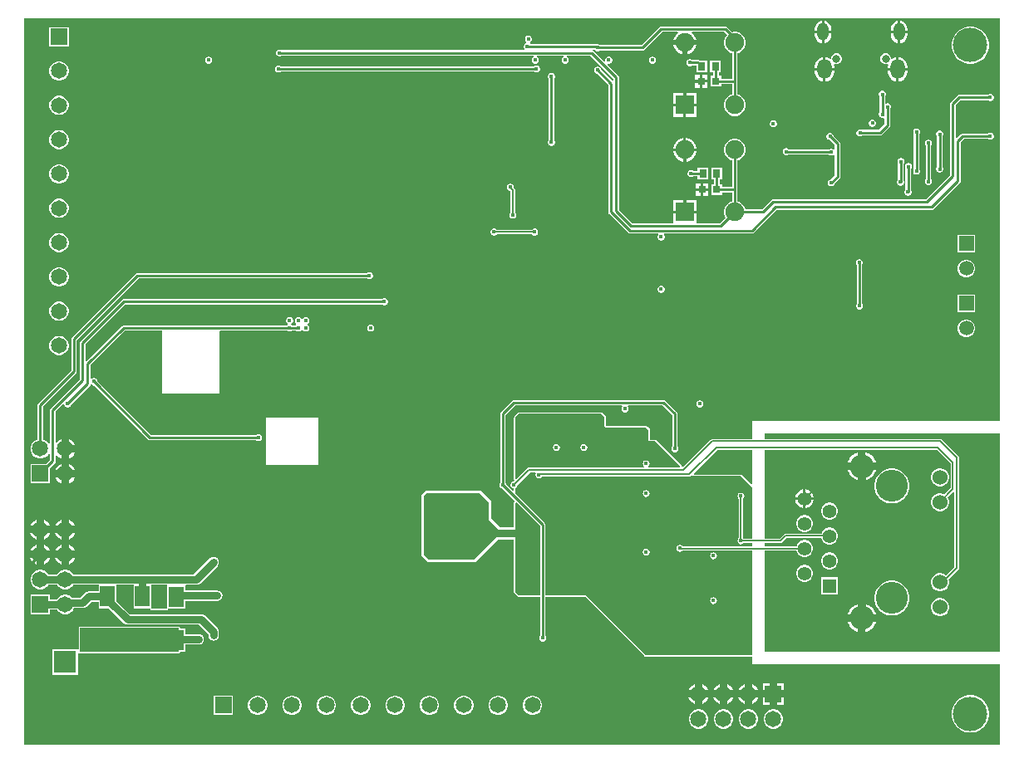
<source format=gbl>
G04*
G04 #@! TF.GenerationSoftware,Altium Limited,Altium Designer,22.11.1 (43)*
G04*
G04 Layer_Physical_Order=4*
G04 Layer_Color=16711680*
%FSLAX24Y24*%
%MOIN*%
G70*
G04*
G04 #@! TF.SameCoordinates,95904809-8EA0-40D1-BC7C-4500F6FC4EB7*
G04*
G04*
G04 #@! TF.FilePolarity,Positive*
G04*
G01*
G75*
%ADD11C,0.0100*%
%ADD15C,0.0060*%
%ADD25R,0.0315X0.0374*%
%ADD29R,0.0315X0.0315*%
%ADD45R,0.0610X0.0827*%
%ADD105C,0.0300*%
%ADD106C,0.0650*%
%ADD107R,0.0650X0.0650*%
%ADD108R,0.0550X0.0550*%
%ADD109C,0.0550*%
%ADD110C,0.0602*%
%ADD111C,0.1280*%
%ADD112C,0.0963*%
%ADD113R,0.0886X0.0886*%
%ADD114C,0.0886*%
%ADD115R,0.0650X0.0650*%
%ADD116O,0.0571X0.0787*%
%ADD117O,0.0453X0.0709*%
%ADD118C,0.0315*%
%ADD119C,0.1380*%
%ADD120C,0.0750*%
%ADD121R,0.0750X0.0750*%
%ADD122R,0.0591X0.0591*%
%ADD123C,0.0591*%
%ADD124C,0.0157*%
%ADD125C,0.0197*%
G36*
X49338Y33700D02*
X39400D01*
Y32992D01*
X37800D01*
X37765Y32985D01*
X37735Y32965D01*
X36638Y31868D01*
X36579Y31879D01*
X36573Y31892D01*
X36568Y31904D01*
Y31917D01*
X36559Y31926D01*
X36554Y31938D01*
X35546Y32946D01*
X35500Y32965D01*
X35310D01*
Y33355D01*
X35291Y33401D01*
X35196Y33496D01*
X35150Y33515D01*
X33562D01*
X33528Y33549D01*
Y33887D01*
X33509Y33933D01*
X33396Y34046D01*
X33350Y34065D01*
X30050D01*
X30004Y34046D01*
X29854Y33896D01*
X29835Y33850D01*
Y31395D01*
X29840Y31383D01*
Y31370D01*
X29849Y31361D01*
X29854Y31349D01*
X29857Y31339D01*
X29822Y31289D01*
X29771Y31268D01*
X29732Y31229D01*
X29711Y31178D01*
Y31122D01*
X29732Y31071D01*
X29771Y31032D01*
X29822Y31011D01*
X29835D01*
Y30939D01*
X29789Y30920D01*
X29539Y31170D01*
Y31178D01*
X29518Y31229D01*
X29512Y31234D01*
Y33954D01*
X29896Y34338D01*
X34171D01*
X34192Y34288D01*
X34182Y34279D01*
X34161Y34228D01*
Y34172D01*
X34182Y34121D01*
X34221Y34082D01*
X34272Y34061D01*
X34328D01*
X34379Y34082D01*
X34418Y34121D01*
X34439Y34172D01*
Y34228D01*
X34418Y34279D01*
X34408Y34288D01*
X34429Y34338D01*
X35804D01*
X36188Y33954D01*
Y32684D01*
X36182Y32679D01*
X36161Y32628D01*
Y32572D01*
X36182Y32521D01*
X36221Y32482D01*
X36272Y32461D01*
X36328D01*
X36379Y32482D01*
X36418Y32521D01*
X36439Y32572D01*
Y32628D01*
X36418Y32679D01*
X36412Y32684D01*
Y34000D01*
X36412Y34000D01*
X36404Y34043D01*
X36379Y34079D01*
X36379Y34079D01*
X35929Y34529D01*
X35893Y34554D01*
X35850Y34562D01*
X35850Y34562D01*
X29850D01*
X29850Y34562D01*
X29807Y34554D01*
X29771Y34529D01*
X29771Y34529D01*
X29321Y34079D01*
X29296Y34043D01*
X29288Y34000D01*
X29288Y34000D01*
Y31234D01*
X29282Y31229D01*
X29261Y31178D01*
Y31122D01*
X29282Y31071D01*
X29321Y31032D01*
X29372Y31011D01*
X29380D01*
X29868Y30523D01*
X29854Y30472D01*
X29849Y30460D01*
X29840Y30451D01*
Y30438D01*
X29835Y30426D01*
Y29450D01*
X29300D01*
X28950Y29800D01*
Y30500D01*
X28550Y30900D01*
X26300D01*
X26150Y30750D01*
Y28300D01*
X26400Y28050D01*
X28300D01*
X29200Y28950D01*
X29835D01*
Y26850D01*
X29854Y26804D01*
X30004Y26654D01*
X30050Y26635D01*
X30888D01*
Y25084D01*
X30882Y25079D01*
X30861Y25028D01*
Y24972D01*
X30882Y24921D01*
X30921Y24882D01*
X30972Y24861D01*
X31028D01*
X31079Y24882D01*
X31118Y24921D01*
X31139Y24972D01*
Y25028D01*
X31118Y25079D01*
X31112Y25084D01*
Y26635D01*
X32723D01*
X35104Y24254D01*
X35150Y24235D01*
X39400D01*
Y23950D01*
X49338D01*
Y20712D01*
X10212D01*
X10212Y49888D01*
X49338D01*
X49338Y33700D01*
D02*
G37*
G36*
X33463Y33887D02*
Y33522D01*
X33535Y33450D01*
X35150D01*
X35245Y33355D01*
Y32923D01*
X35268Y32900D01*
X35500D01*
X36508Y31892D01*
X36488Y31842D01*
X35253D01*
X35238Y31892D01*
X35250Y31900D01*
X35281Y31946D01*
X35291Y32000D01*
X35281Y32054D01*
X35250Y32100D01*
X35204Y32131D01*
X35150Y32141D01*
X35096Y32131D01*
X35050Y32100D01*
X35019Y32054D01*
X35009Y32000D01*
X35019Y31946D01*
X35050Y31900D01*
X35062Y31892D01*
X35047Y31842D01*
X30450D01*
X30415Y31835D01*
X30385Y31815D01*
X29946Y31376D01*
X29900Y31395D01*
Y33850D01*
X30050Y34000D01*
X33350D01*
X33463Y33887D01*
D02*
G37*
G36*
X39400Y31207D02*
X39354Y31188D01*
X38996Y31546D01*
X38950Y31565D01*
X37073D01*
X37054Y31611D01*
X38001Y32558D01*
X39400D01*
Y31207D01*
D02*
G37*
G36*
X30722Y31608D02*
X30719Y31604D01*
X30709Y31550D01*
X30719Y31496D01*
X30750Y31450D01*
X30796Y31419D01*
X30850Y31409D01*
X30904Y31419D01*
X30950Y31450D01*
X30968Y31477D01*
X36882D01*
X36917Y31484D01*
X36941Y31500D01*
X38950D01*
X39400Y31050D01*
Y28992D01*
X39056D01*
X39050Y29000D01*
X39042Y29006D01*
Y30594D01*
X39050Y30600D01*
X39081Y30646D01*
X39091Y30700D01*
X39081Y30754D01*
X39050Y30800D01*
X39004Y30831D01*
X38950Y30841D01*
X38896Y30831D01*
X38850Y30800D01*
X38819Y30754D01*
X38809Y30700D01*
X38819Y30646D01*
X38850Y30600D01*
X38858Y30594D01*
Y29006D01*
X38850Y29000D01*
X38819Y28954D01*
X38809Y28900D01*
X38819Y28846D01*
X38850Y28800D01*
X38896Y28769D01*
X38950Y28759D01*
X39004Y28769D01*
X39050Y28800D01*
X39056Y28808D01*
X39400D01*
Y28691D01*
X36606D01*
X36600Y28700D01*
X36554Y28731D01*
X36500Y28741D01*
X36446Y28731D01*
X36400Y28700D01*
X36369Y28654D01*
X36359Y28600D01*
X36369Y28546D01*
X36400Y28500D01*
X36446Y28469D01*
X36500Y28459D01*
X36554Y28469D01*
X36600Y28500D01*
X36605Y28507D01*
X39400D01*
Y24300D01*
X35150D01*
X32750Y26700D01*
X31112D01*
Y29550D01*
X31112Y29550D01*
X31104Y29593D01*
X31079Y29629D01*
X31079Y29629D01*
X29900Y30809D01*
Y31018D01*
X29904Y31019D01*
X29950Y31050D01*
X29981Y31096D01*
X29991Y31150D01*
X29990Y31160D01*
X30488Y31658D01*
X30695D01*
X30722Y31608D01*
D02*
G37*
G36*
X49338Y24450D02*
X39900D01*
Y28507D01*
X41177D01*
X41188Y28469D01*
X41232Y28392D01*
X41294Y28330D01*
X41371Y28286D01*
X41456Y28263D01*
X41544D01*
X41629Y28286D01*
X41706Y28330D01*
X41768Y28392D01*
X41812Y28469D01*
X41835Y28554D01*
Y28642D01*
X41812Y28727D01*
X41768Y28804D01*
X41706Y28866D01*
X41629Y28910D01*
X41544Y28933D01*
X41456D01*
X41371Y28910D01*
X41294Y28866D01*
X41232Y28804D01*
X41188Y28727D01*
X41178Y28691D01*
X39900D01*
Y28808D01*
X40550D01*
X40585Y28815D01*
X40615Y28835D01*
X40788Y29008D01*
X42177D01*
X42188Y28969D01*
X42232Y28892D01*
X42294Y28830D01*
X42371Y28786D01*
X42456Y28763D01*
X42544D01*
X42629Y28786D01*
X42706Y28830D01*
X42768Y28892D01*
X42812Y28969D01*
X42835Y29054D01*
Y29142D01*
X42812Y29227D01*
X42768Y29304D01*
X42706Y29366D01*
X42629Y29410D01*
X42544Y29433D01*
X42456D01*
X42371Y29410D01*
X42294Y29366D01*
X42232Y29304D01*
X42188Y29227D01*
X42178Y29192D01*
X40750D01*
X40715Y29185D01*
X40685Y29165D01*
X40512Y28992D01*
X39900D01*
Y32558D01*
X46812D01*
X47358Y32012D01*
Y31017D01*
X47111Y30770D01*
X47069Y30795D01*
X46977Y30819D01*
X46882D01*
X46790Y30795D01*
X46707Y30747D01*
X46640Y30680D01*
X46593Y30598D01*
X46568Y30506D01*
Y30411D01*
X46593Y30319D01*
X46640Y30236D01*
X46707Y30169D01*
X46790Y30122D01*
X46882Y30097D01*
X46977D01*
X47069Y30122D01*
X47151Y30169D01*
X47218Y30236D01*
X47266Y30319D01*
X47290Y30411D01*
Y30506D01*
X47266Y30598D01*
X47241Y30640D01*
X47462Y30861D01*
X47508Y30842D01*
Y27838D01*
X47176Y27506D01*
X47151Y27531D01*
X47069Y27578D01*
X46977Y27603D01*
X46882D01*
X46790Y27578D01*
X46707Y27531D01*
X46640Y27464D01*
X46593Y27381D01*
X46568Y27289D01*
Y27194D01*
X46593Y27102D01*
X46640Y27020D01*
X46707Y26953D01*
X46790Y26905D01*
X46882Y26881D01*
X46977D01*
X47069Y26905D01*
X47151Y26953D01*
X47218Y27020D01*
X47266Y27102D01*
X47290Y27194D01*
Y27289D01*
X47275Y27345D01*
X47665Y27735D01*
X47685Y27765D01*
X47692Y27800D01*
Y32250D01*
X47685Y32285D01*
X47665Y32315D01*
X47015Y32965D01*
X46985Y32985D01*
X46950Y32992D01*
X39900D01*
Y33200D01*
X49338D01*
X49338Y24450D01*
D02*
G37*
G36*
X28850Y30425D02*
Y29750D01*
X29250Y29350D01*
X29900D01*
Y30426D01*
X29946Y30445D01*
X30888Y29504D01*
Y26700D01*
X30050D01*
X29900Y26850D01*
Y29050D01*
X29150D01*
X28250Y28150D01*
X26450D01*
X26250Y28350D01*
Y30700D01*
X26350Y30800D01*
X28475D01*
X28850Y30425D01*
D02*
G37*
%LPC*%
G36*
X45342Y49784D02*
Y49383D01*
X45622D01*
Y49461D01*
X45610Y49546D01*
X45578Y49626D01*
X45525Y49694D01*
X45457Y49746D01*
X45378Y49779D01*
X45342Y49784D01*
D02*
G37*
G36*
X42291Y49784D02*
Y49383D01*
X42570D01*
Y49461D01*
X42559Y49546D01*
X42526Y49626D01*
X42474Y49694D01*
X42406Y49746D01*
X42326Y49779D01*
X42291Y49784D01*
D02*
G37*
G36*
X42191Y49784D02*
X42156Y49779D01*
X42077Y49746D01*
X42009Y49694D01*
X41956Y49626D01*
X41923Y49546D01*
X41912Y49461D01*
Y49383D01*
X42191D01*
Y49784D01*
D02*
G37*
G36*
X45242Y49784D02*
X45207Y49779D01*
X45128Y49746D01*
X45060Y49694D01*
X45007Y49626D01*
X44974Y49546D01*
X44963Y49461D01*
Y49383D01*
X45242D01*
Y49784D01*
D02*
G37*
G36*
X45622Y49283D02*
X45342D01*
Y48883D01*
X45378Y48887D01*
X45457Y48920D01*
X45525Y48973D01*
X45578Y49041D01*
X45610Y49120D01*
X45622Y49205D01*
Y49283D01*
D02*
G37*
G36*
X42191D02*
X41912D01*
Y49205D01*
X41923Y49120D01*
X41956Y49041D01*
X42009Y48973D01*
X42077Y48920D01*
X42156Y48887D01*
X42191Y48883D01*
Y49283D01*
D02*
G37*
G36*
X42570D02*
X42291D01*
Y48883D01*
X42326Y48887D01*
X42406Y48920D01*
X42474Y48973D01*
X42526Y49041D01*
X42559Y49120D01*
X42570Y49205D01*
Y49283D01*
D02*
G37*
G36*
X45242D02*
X44963D01*
Y49205D01*
X44974Y49120D01*
X45007Y49041D01*
X45060Y48973D01*
X45128Y48920D01*
X45207Y48887D01*
X45242Y48883D01*
Y49283D01*
D02*
G37*
G36*
X11985Y49530D02*
X11215D01*
Y48761D01*
X11985D01*
Y49530D01*
D02*
G37*
G36*
X37165Y48800D02*
X36800D01*
Y48435D01*
X36883Y48457D01*
X36992Y48520D01*
X37080Y48608D01*
X37143Y48717D01*
X37165Y48800D01*
D02*
G37*
G36*
X36600D02*
X36235D01*
X36257Y48717D01*
X36320Y48608D01*
X36408Y48520D01*
X36517Y48457D01*
X36600Y48435D01*
Y48800D01*
D02*
G37*
G36*
X42826Y48468D02*
X42739D01*
X42659Y48435D01*
X42598Y48374D01*
X42565Y48294D01*
Y48285D01*
X42520Y48263D01*
X42495Y48282D01*
X42401Y48321D01*
X42350Y48328D01*
Y47887D01*
X42689D01*
Y47946D01*
X42682Y48003D01*
X42727Y48038D01*
X42739Y48033D01*
X42826D01*
X42906Y48066D01*
X42967Y48127D01*
X43000Y48207D01*
Y48294D01*
X42967Y48374D01*
X42906Y48435D01*
X42826Y48468D01*
D02*
G37*
G36*
X35428Y48339D02*
X35372D01*
X35321Y48318D01*
X35282Y48279D01*
X35261Y48228D01*
Y48172D01*
X35282Y48121D01*
X35321Y48082D01*
X35372Y48061D01*
X35428D01*
X35479Y48082D01*
X35518Y48121D01*
X35539Y48172D01*
Y48228D01*
X35518Y48279D01*
X35479Y48318D01*
X35428Y48339D01*
D02*
G37*
G36*
X17628D02*
X17572D01*
X17521Y48318D01*
X17482Y48279D01*
X17461Y48228D01*
Y48172D01*
X17482Y48121D01*
X17521Y48082D01*
X17572Y48061D01*
X17628D01*
X17679Y48082D01*
X17718Y48121D01*
X17739Y48172D01*
Y48228D01*
X17718Y48279D01*
X17679Y48318D01*
X17628Y48339D01*
D02*
G37*
G36*
X48224Y49550D02*
X48076D01*
X47931Y49521D01*
X47795Y49465D01*
X47672Y49383D01*
X47567Y49278D01*
X47485Y49155D01*
X47429Y49019D01*
X47400Y48874D01*
Y48726D01*
X47429Y48581D01*
X47485Y48445D01*
X47567Y48322D01*
X47672Y48217D01*
X47795Y48135D01*
X47931Y48079D01*
X48076Y48050D01*
X48224D01*
X48369Y48079D01*
X48505Y48135D01*
X48628Y48217D01*
X48733Y48322D01*
X48815Y48445D01*
X48871Y48581D01*
X48900Y48726D01*
Y48874D01*
X48871Y49019D01*
X48815Y49155D01*
X48733Y49278D01*
X48628Y49383D01*
X48505Y49465D01*
X48369Y49521D01*
X48224Y49550D01*
D02*
G37*
G36*
X30778Y47989D02*
X30722D01*
X30671Y47968D01*
X30666Y47962D01*
X20484D01*
X20479Y47968D01*
X20428Y47989D01*
X20372D01*
X20321Y47968D01*
X20282Y47929D01*
X20261Y47878D01*
Y47822D01*
X20282Y47771D01*
X20321Y47732D01*
X20372Y47711D01*
X20428D01*
X20479Y47732D01*
X20484Y47738D01*
X30666D01*
X30671Y47732D01*
X30722Y47711D01*
X30778D01*
X30829Y47732D01*
X30868Y47771D01*
X30889Y47822D01*
Y47878D01*
X30868Y47929D01*
X30829Y47968D01*
X30778Y47989D01*
D02*
G37*
G36*
X45283Y48328D02*
Y47887D01*
X45622D01*
Y47946D01*
X45609Y48046D01*
X45570Y48140D01*
X45508Y48220D01*
X45428Y48282D01*
X45334Y48321D01*
X45283Y48328D01*
D02*
G37*
G36*
X42250D02*
X42200Y48321D01*
X42106Y48282D01*
X42025Y48220D01*
X41964Y48140D01*
X41925Y48046D01*
X41912Y47946D01*
Y47887D01*
X42250D01*
Y48328D01*
D02*
G37*
G36*
X44794Y48468D02*
X44708D01*
X44628Y48435D01*
X44567Y48374D01*
X44534Y48294D01*
Y48207D01*
X44567Y48127D01*
X44628Y48066D01*
X44708Y48033D01*
X44794D01*
X44806Y48038D01*
X44852Y48003D01*
X44845Y47946D01*
Y47887D01*
X45183D01*
Y48328D01*
X45133Y48321D01*
X45039Y48282D01*
X45013Y48263D01*
X44969Y48285D01*
Y48294D01*
X44935Y48374D01*
X44874Y48435D01*
X44794Y48468D01*
D02*
G37*
G36*
X36928Y48239D02*
X36872D01*
X36821Y48218D01*
X36782Y48179D01*
X36761Y48128D01*
Y48072D01*
X36782Y48021D01*
X36821Y47982D01*
X36872Y47961D01*
X36928D01*
X36979Y47982D01*
X36984Y47988D01*
X37157D01*
Y47703D01*
X37592D01*
Y48197D01*
X37278D01*
X37277Y48197D01*
X37267Y48204D01*
X37224Y48212D01*
X37224Y48212D01*
X36984D01*
X36979Y48218D01*
X36928Y48239D01*
D02*
G37*
G36*
X38326Y49562D02*
X38326Y49562D01*
X35750D01*
X35707Y49554D01*
X35671Y49529D01*
X35671Y49529D01*
X34954Y48812D01*
X33284D01*
X33279Y48818D01*
X33228Y48839D01*
X33200D01*
X33177Y48854D01*
X33134Y48862D01*
X33134Y48862D01*
X30503D01*
X30495Y48867D01*
X30491Y48873D01*
X30503Y48932D01*
X30542Y48971D01*
X30563Y49022D01*
Y49078D01*
X30542Y49129D01*
X30503Y49168D01*
X30452Y49189D01*
X30397D01*
X30346Y49168D01*
X30307Y49129D01*
X30286Y49078D01*
Y49022D01*
X30307Y48971D01*
X30342Y48937D01*
X30343Y48928D01*
X30342Y48914D01*
X30334Y48883D01*
X30296Y48868D01*
X30257Y48829D01*
X30236Y48778D01*
Y48722D01*
X30257Y48671D01*
X30278Y48651D01*
X30257Y48601D01*
X20534D01*
X20529Y48606D01*
X20478Y48627D01*
X20422D01*
X20371Y48606D01*
X20332Y48567D01*
X20311Y48516D01*
Y48461D01*
X20332Y48410D01*
X20371Y48371D01*
X20422Y48350D01*
X20478D01*
X20529Y48371D01*
X20534Y48377D01*
X30633D01*
X30643Y48327D01*
X30621Y48318D01*
X30582Y48279D01*
X30561Y48228D01*
Y48172D01*
X30582Y48121D01*
X30621Y48082D01*
X30672Y48061D01*
X30728D01*
X30779Y48082D01*
X30818Y48121D01*
X30839Y48172D01*
Y48228D01*
X30818Y48279D01*
X30779Y48318D01*
X30757Y48327D01*
X30767Y48377D01*
X31833D01*
X31843Y48327D01*
X31821Y48318D01*
X31782Y48279D01*
X31761Y48228D01*
Y48172D01*
X31782Y48121D01*
X31821Y48082D01*
X31872Y48061D01*
X31928D01*
X31979Y48082D01*
X32018Y48121D01*
X32039Y48172D01*
Y48228D01*
X32018Y48279D01*
X31979Y48318D01*
X31957Y48327D01*
X31967Y48377D01*
X32915D01*
X33838Y47454D01*
Y47391D01*
X33788Y47371D01*
X33339Y47820D01*
Y47828D01*
X33318Y47879D01*
X33279Y47918D01*
X33228Y47939D01*
X33172D01*
X33121Y47918D01*
X33082Y47879D01*
X33061Y47828D01*
Y47772D01*
X33082Y47721D01*
X33121Y47682D01*
X33172Y47661D01*
X33180D01*
X33638Y47204D01*
Y46150D01*
Y42100D01*
X33638Y42100D01*
X33646Y42057D01*
X33671Y42021D01*
X34421Y41271D01*
X34421Y41271D01*
X34457Y41246D01*
X34500Y41238D01*
X35621D01*
X35642Y41188D01*
X35632Y41179D01*
X35611Y41128D01*
Y41072D01*
X35632Y41021D01*
X35671Y40982D01*
X35722Y40961D01*
X35778D01*
X35829Y40982D01*
X35868Y41021D01*
X35889Y41072D01*
Y41128D01*
X35868Y41179D01*
X35858Y41188D01*
X35879Y41238D01*
X39400D01*
X39400Y41238D01*
X39443Y41246D01*
X39479Y41271D01*
X40396Y42188D01*
X46600D01*
X46600Y42188D01*
X46643Y42196D01*
X46679Y42221D01*
X47729Y43271D01*
X47729Y43271D01*
X47754Y43307D01*
X47762Y43350D01*
Y44904D01*
X47896Y45038D01*
X48866D01*
X48871Y45032D01*
X48922Y45011D01*
X48978D01*
X49029Y45032D01*
X49068Y45071D01*
X49089Y45122D01*
Y45178D01*
X49068Y45229D01*
X49029Y45268D01*
X48978Y45289D01*
X48922D01*
X48871Y45268D01*
X48866Y45262D01*
X47850D01*
X47850Y45262D01*
X47807Y45254D01*
X47771Y45229D01*
X47771Y45229D01*
X47612Y45071D01*
X47562Y45091D01*
Y46404D01*
X47746Y46588D01*
X48866D01*
X48871Y46582D01*
X48922Y46561D01*
X48978D01*
X49029Y46582D01*
X49068Y46621D01*
X49089Y46672D01*
Y46728D01*
X49068Y46779D01*
X49029Y46818D01*
X48978Y46839D01*
X48922D01*
X48871Y46818D01*
X48866Y46812D01*
X47700D01*
X47657Y46804D01*
X47621Y46779D01*
X47621Y46779D01*
X47371Y46529D01*
X47346Y46493D01*
X47338Y46450D01*
X47338Y46450D01*
Y43596D01*
X46354Y42612D01*
X40250D01*
X40207Y42604D01*
X40171Y42579D01*
X40171Y42579D01*
X39804Y42212D01*
X39120D01*
X39105Y42268D01*
X39048Y42367D01*
X38967Y42448D01*
X38868Y42505D01*
X38812Y42520D01*
Y43000D01*
Y44180D01*
X38868Y44195D01*
X38967Y44252D01*
X39048Y44333D01*
X39105Y44432D01*
X39135Y44543D01*
Y44657D01*
X39105Y44768D01*
X39048Y44867D01*
X38967Y44948D01*
X38868Y45005D01*
X38757Y45035D01*
X38643D01*
X38532Y45005D01*
X38433Y44948D01*
X38352Y44867D01*
X38295Y44768D01*
X38265Y44657D01*
Y44543D01*
X38295Y44432D01*
X38352Y44333D01*
X38433Y44252D01*
X38532Y44195D01*
X38588Y44180D01*
Y43112D01*
X38194D01*
Y43217D01*
X38088D01*
Y43403D01*
X38193D01*
Y43897D01*
X37758D01*
Y43403D01*
X37864D01*
Y43217D01*
X37759D01*
Y42783D01*
X38194D01*
Y42888D01*
X38588D01*
Y42520D01*
X38532Y42505D01*
X38433Y42448D01*
X38352Y42367D01*
X38295Y42268D01*
X38265Y42157D01*
Y42043D01*
X38295Y41932D01*
X38324Y41882D01*
X38104Y41662D01*
X37175D01*
Y42050D01*
X36700D01*
X36225D01*
Y41662D01*
X34596D01*
X34062Y42196D01*
Y47500D01*
X34062Y47500D01*
X34054Y47543D01*
X34029Y47579D01*
X34029Y47579D01*
X33587Y48022D01*
X33615Y48064D01*
X33622Y48061D01*
X33678D01*
X33729Y48082D01*
X33768Y48121D01*
X33789Y48172D01*
Y48228D01*
X33768Y48279D01*
X33729Y48318D01*
X33678Y48339D01*
X33622D01*
X33571Y48318D01*
X33532Y48279D01*
X33511Y48228D01*
Y48172D01*
X33514Y48165D01*
X33472Y48137D01*
X33041Y48568D01*
X33011Y48588D01*
X33012Y48615D01*
X33019Y48638D01*
X33076D01*
X33082Y48621D01*
X33121Y48582D01*
X33172Y48561D01*
X33228D01*
X33279Y48582D01*
X33284Y48588D01*
X35000D01*
X35000Y48588D01*
X35043Y48596D01*
X35079Y48621D01*
X35796Y49338D01*
X36412D01*
X36425Y49290D01*
X36408Y49280D01*
X36320Y49192D01*
X36257Y49083D01*
X36235Y49000D01*
X36700D01*
X37165D01*
X37143Y49083D01*
X37080Y49192D01*
X36992Y49280D01*
X36975Y49290D01*
X36988Y49338D01*
X38279D01*
X38401Y49216D01*
X38352Y49167D01*
X38295Y49068D01*
X38265Y48957D01*
Y48843D01*
X38295Y48732D01*
X38352Y48633D01*
X38433Y48552D01*
X38532Y48495D01*
X38588Y48480D01*
Y47462D01*
X38163D01*
Y47567D01*
X38057D01*
Y47703D01*
X38143D01*
Y48197D01*
X37708D01*
Y47703D01*
X37833D01*
Y47567D01*
X37728D01*
Y47133D01*
X38163D01*
Y47238D01*
X38588D01*
Y46820D01*
X38532Y46805D01*
X38433Y46748D01*
X38352Y46667D01*
X38295Y46568D01*
X38265Y46457D01*
Y46343D01*
X38295Y46232D01*
X38352Y46133D01*
X38433Y46052D01*
X38532Y45995D01*
X38643Y45965D01*
X38757D01*
X38868Y45995D01*
X38967Y46052D01*
X39048Y46133D01*
X39105Y46232D01*
X39135Y46343D01*
Y46457D01*
X39105Y46568D01*
X39048Y46667D01*
X38967Y46748D01*
X38868Y46805D01*
X38812Y46820D01*
Y47350D01*
Y48480D01*
X38868Y48495D01*
X38967Y48552D01*
X39048Y48633D01*
X39105Y48732D01*
X39135Y48843D01*
Y48957D01*
X39105Y49068D01*
X39048Y49167D01*
X38967Y49248D01*
X38868Y49305D01*
X38757Y49335D01*
X38643D01*
X38609Y49326D01*
X38405Y49529D01*
X38369Y49554D01*
X38326Y49562D01*
D02*
G37*
G36*
X37612Y47607D02*
X37405D01*
Y47400D01*
X37612D01*
Y47607D01*
D02*
G37*
G36*
X37305D02*
X37097D01*
Y47400D01*
X37305D01*
Y47607D01*
D02*
G37*
G36*
X11651Y48153D02*
X11549D01*
X11451Y48126D01*
X11364Y48076D01*
X11292Y48004D01*
X11241Y47916D01*
X11215Y47818D01*
Y47717D01*
X11241Y47619D01*
X11292Y47531D01*
X11364Y47460D01*
X11451Y47409D01*
X11549Y47383D01*
X11651D01*
X11749Y47409D01*
X11836Y47460D01*
X11908Y47531D01*
X11959Y47619D01*
X11985Y47717D01*
Y47818D01*
X11959Y47916D01*
X11908Y48004D01*
X11836Y48076D01*
X11749Y48126D01*
X11651Y48153D01*
D02*
G37*
G36*
X45622Y47787D02*
X45283D01*
Y47347D01*
X45334Y47353D01*
X45428Y47392D01*
X45508Y47454D01*
X45570Y47535D01*
X45609Y47628D01*
X45622Y47729D01*
Y47787D01*
D02*
G37*
G36*
X42250D02*
X41912D01*
Y47729D01*
X41925Y47628D01*
X41964Y47535D01*
X42025Y47454D01*
X42106Y47392D01*
X42200Y47353D01*
X42250Y47347D01*
Y47787D01*
D02*
G37*
G36*
X42689D02*
X42350D01*
Y47347D01*
X42401Y47353D01*
X42495Y47392D01*
X42575Y47454D01*
X42637Y47535D01*
X42676Y47628D01*
X42689Y47729D01*
Y47787D01*
D02*
G37*
G36*
X45183D02*
X44845D01*
Y47729D01*
X44858Y47628D01*
X44897Y47535D01*
X44959Y47454D01*
X45039Y47392D01*
X45133Y47353D01*
X45183Y47347D01*
Y47787D01*
D02*
G37*
G36*
X37612Y47300D02*
X37405D01*
Y47093D01*
X37612D01*
Y47300D01*
D02*
G37*
G36*
X37305D02*
X37097D01*
Y47093D01*
X37305D01*
Y47300D01*
D02*
G37*
G36*
X37175Y46875D02*
X36750D01*
Y46450D01*
X37175D01*
Y46875D01*
D02*
G37*
G36*
X36650D02*
X36225D01*
Y46450D01*
X36650D01*
Y46875D01*
D02*
G37*
G36*
X11651Y46775D02*
X11549D01*
X11451Y46748D01*
X11364Y46698D01*
X11292Y46626D01*
X11241Y46538D01*
X11215Y46440D01*
Y46339D01*
X11241Y46241D01*
X11292Y46153D01*
X11364Y46082D01*
X11451Y46031D01*
X11549Y46005D01*
X11651D01*
X11749Y46031D01*
X11836Y46082D01*
X11908Y46153D01*
X11959Y46241D01*
X11985Y46339D01*
Y46440D01*
X11959Y46538D01*
X11908Y46626D01*
X11836Y46698D01*
X11749Y46748D01*
X11651Y46775D01*
D02*
G37*
G36*
X37175Y46350D02*
X36750D01*
Y45925D01*
X37175D01*
Y46350D01*
D02*
G37*
G36*
X36650D02*
X36225D01*
Y45925D01*
X36650D01*
Y46350D01*
D02*
G37*
G36*
X44244Y45806D02*
X44189D01*
X44138Y45785D01*
X44099Y45746D01*
X44078Y45695D01*
Y45640D01*
X44099Y45589D01*
X44138Y45550D01*
X44189Y45529D01*
X44244D01*
X44295Y45550D01*
X44334Y45589D01*
X44356Y45640D01*
Y45695D01*
X44334Y45746D01*
X44295Y45785D01*
X44244Y45806D01*
D02*
G37*
G36*
X40278Y45789D02*
X40222D01*
X40171Y45768D01*
X40132Y45729D01*
X40111Y45678D01*
Y45622D01*
X40132Y45571D01*
X40171Y45532D01*
X40222Y45511D01*
X40278D01*
X40329Y45532D01*
X40368Y45571D01*
X40389Y45622D01*
Y45678D01*
X40368Y45729D01*
X40329Y45768D01*
X40278Y45789D01*
D02*
G37*
G36*
X44644Y46968D02*
X44589D01*
X44538Y46947D01*
X44499Y46908D01*
X44478Y46857D01*
Y46801D01*
X44499Y46750D01*
X44505Y46745D01*
Y46113D01*
X44499Y46108D01*
X44478Y46057D01*
Y46001D01*
X44499Y45950D01*
X44538Y45911D01*
X44589Y45890D01*
X44644D01*
X44655Y45894D01*
X44705Y45861D01*
Y45625D01*
X44481Y45402D01*
X43782D01*
X43744Y45418D01*
X43689D01*
X43638Y45397D01*
X43599Y45358D01*
X43578Y45307D01*
Y45251D01*
X43599Y45200D01*
X43638Y45161D01*
X43689Y45140D01*
X43744D01*
X43795Y45161D01*
X43812Y45178D01*
X44528D01*
X44528Y45178D01*
X44571Y45186D01*
X44607Y45211D01*
X44896Y45500D01*
X44896Y45500D01*
X44920Y45536D01*
X44929Y45579D01*
X44929Y45579D01*
Y46245D01*
X44934Y46250D01*
X44956Y46301D01*
Y46357D01*
X44934Y46408D01*
X44895Y46447D01*
X44844Y46468D01*
X44789D01*
X44779Y46463D01*
X44729Y46497D01*
Y46745D01*
X44734Y46750D01*
X44756Y46801D01*
Y46857D01*
X44734Y46908D01*
X44695Y46947D01*
X44644Y46968D01*
D02*
G37*
G36*
X31378Y47689D02*
X31322D01*
X31271Y47668D01*
X31232Y47629D01*
X31211Y47578D01*
Y47522D01*
X31232Y47471D01*
X31238Y47466D01*
Y44984D01*
X31232Y44979D01*
X31211Y44928D01*
Y44872D01*
X31232Y44821D01*
X31271Y44782D01*
X31322Y44761D01*
X31378D01*
X31429Y44782D01*
X31468Y44821D01*
X31489Y44872D01*
Y44928D01*
X31468Y44979D01*
X31462Y44984D01*
Y47466D01*
X31468Y47471D01*
X31489Y47522D01*
Y47578D01*
X31468Y47629D01*
X31429Y47668D01*
X31378Y47689D01*
D02*
G37*
G36*
X36763Y45075D02*
X36750D01*
Y44650D01*
X37175D01*
Y44663D01*
X37143Y44783D01*
X37080Y44892D01*
X36992Y44980D01*
X36883Y45043D01*
X36763Y45075D01*
D02*
G37*
G36*
X36650D02*
X36637D01*
X36517Y45043D01*
X36408Y44980D01*
X36320Y44892D01*
X36257Y44783D01*
X36225Y44663D01*
Y44650D01*
X36650D01*
Y45075D01*
D02*
G37*
G36*
X11651Y45397D02*
X11549D01*
X11451Y45370D01*
X11364Y45320D01*
X11292Y45248D01*
X11241Y45160D01*
X11215Y45062D01*
Y44961D01*
X11241Y44863D01*
X11292Y44776D01*
X11364Y44704D01*
X11451Y44653D01*
X11549Y44627D01*
X11651D01*
X11749Y44653D01*
X11836Y44704D01*
X11908Y44776D01*
X11959Y44863D01*
X11985Y44961D01*
Y45062D01*
X11959Y45160D01*
X11908Y45248D01*
X11836Y45320D01*
X11749Y45370D01*
X11651Y45397D01*
D02*
G37*
G36*
X42544Y45280D02*
X42489D01*
X42438Y45259D01*
X42399Y45220D01*
X42378Y45169D01*
Y45114D01*
X42399Y45063D01*
X42438Y45024D01*
X42489Y45003D01*
X42497D01*
X42705Y44795D01*
Y44640D01*
X42655Y44620D01*
X42645Y44629D01*
X42594Y44650D01*
X42539D01*
X42496Y44632D01*
X40860D01*
X40845Y44647D01*
X40794Y44668D01*
X40739D01*
X40688Y44647D01*
X40649Y44608D01*
X40628Y44557D01*
Y44501D01*
X40649Y44450D01*
X40688Y44411D01*
X40739Y44390D01*
X40794D01*
X40837Y44408D01*
X42474D01*
X42488Y44394D01*
X42539Y44373D01*
X42594D01*
X42645Y44394D01*
X42655Y44403D01*
X42705Y44382D01*
Y43575D01*
X42547Y43418D01*
X42539D01*
X42488Y43397D01*
X42449Y43358D01*
X42428Y43307D01*
Y43251D01*
X42449Y43200D01*
X42488Y43161D01*
X42539Y43140D01*
X42594D01*
X42645Y43161D01*
X42684Y43200D01*
X42706Y43251D01*
Y43259D01*
X42896Y43450D01*
X42896Y43450D01*
X42920Y43486D01*
X42929Y43529D01*
Y44842D01*
X42929Y44842D01*
X42920Y44885D01*
X42896Y44921D01*
X42656Y45161D01*
Y45169D01*
X42634Y45220D01*
X42595Y45259D01*
X42544Y45280D01*
D02*
G37*
G36*
X37175Y44550D02*
X36750D01*
Y44125D01*
X36763D01*
X36883Y44157D01*
X36992Y44220D01*
X37080Y44308D01*
X37143Y44417D01*
X37175Y44537D01*
Y44550D01*
D02*
G37*
G36*
X36650D02*
X36225D01*
Y44537D01*
X36257Y44417D01*
X36320Y44308D01*
X36408Y44220D01*
X36517Y44157D01*
X36637Y44125D01*
X36650D01*
Y44550D01*
D02*
G37*
G36*
X37642Y43897D02*
X37207D01*
Y43762D01*
X37034D01*
X37029Y43768D01*
X36978Y43789D01*
X36922D01*
X36871Y43768D01*
X36832Y43729D01*
X36811Y43678D01*
Y43622D01*
X36832Y43571D01*
X36871Y43532D01*
X36922Y43511D01*
X36978D01*
X37029Y43532D01*
X37034Y43538D01*
X37207D01*
Y43403D01*
X37642D01*
Y43897D01*
D02*
G37*
G36*
X46944Y45368D02*
X46889D01*
X46838Y45347D01*
X46799Y45308D01*
X46778Y45257D01*
Y45201D01*
X46799Y45150D01*
X46805Y45145D01*
Y43913D01*
X46799Y43908D01*
X46778Y43857D01*
Y43801D01*
X46799Y43750D01*
X46838Y43711D01*
X46889Y43690D01*
X46944D01*
X46995Y43711D01*
X47034Y43750D01*
X47056Y43801D01*
Y43857D01*
X47034Y43908D01*
X47029Y43913D01*
Y45145D01*
X47034Y45150D01*
X47056Y45201D01*
Y45257D01*
X47034Y45308D01*
X46995Y45347D01*
X46944Y45368D01*
D02*
G37*
G36*
X46020Y45465D02*
X45965D01*
X45914Y45444D01*
X45875Y45405D01*
X45853Y45354D01*
Y45298D01*
X45875Y45247D01*
X45883Y45239D01*
Y43824D01*
X45877Y43818D01*
X45856Y43767D01*
Y43712D01*
X45877Y43661D01*
X45916Y43622D01*
X45967Y43601D01*
X46023D01*
X46074Y43622D01*
X46113Y43661D01*
X46134Y43712D01*
Y43767D01*
X46113Y43818D01*
X46107Y43824D01*
Y45245D01*
X46110Y45247D01*
X46131Y45298D01*
Y45354D01*
X46110Y45405D01*
X46071Y45444D01*
X46020Y45465D01*
D02*
G37*
G36*
X11651Y44019D02*
X11549D01*
X11451Y43992D01*
X11364Y43942D01*
X11292Y43870D01*
X11241Y43782D01*
X11215Y43685D01*
Y43583D01*
X11241Y43485D01*
X11292Y43398D01*
X11364Y43326D01*
X11451Y43275D01*
X11549Y43249D01*
X11651D01*
X11749Y43275D01*
X11836Y43326D01*
X11908Y43398D01*
X11959Y43485D01*
X11985Y43583D01*
Y43685D01*
X11959Y43782D01*
X11908Y43870D01*
X11836Y43942D01*
X11749Y43992D01*
X11651Y44019D01*
D02*
G37*
G36*
X46494Y45018D02*
X46439D01*
X46388Y44997D01*
X46349Y44958D01*
X46328Y44907D01*
Y44851D01*
X46349Y44800D01*
X46355Y44795D01*
Y43413D01*
X46349Y43408D01*
X46328Y43357D01*
Y43301D01*
X46349Y43250D01*
X46388Y43211D01*
X46439Y43190D01*
X46494D01*
X46545Y43211D01*
X46584Y43250D01*
X46606Y43301D01*
Y43357D01*
X46584Y43408D01*
X46579Y43413D01*
Y44795D01*
X46584Y44800D01*
X46606Y44851D01*
Y44907D01*
X46584Y44958D01*
X46545Y44997D01*
X46494Y45018D01*
D02*
G37*
G36*
X45394Y44268D02*
X45339D01*
X45288Y44247D01*
X45249Y44208D01*
X45228Y44157D01*
Y44101D01*
X45246Y44058D01*
Y43392D01*
X45232Y43379D01*
X45211Y43328D01*
Y43272D01*
X45232Y43221D01*
X45271Y43182D01*
X45322Y43161D01*
X45378D01*
X45429Y43182D01*
X45468Y43221D01*
X45489Y43272D01*
Y43328D01*
X45471Y43371D01*
Y44036D01*
X45484Y44050D01*
X45506Y44101D01*
Y44157D01*
X45484Y44208D01*
X45445Y44247D01*
X45394Y44268D01*
D02*
G37*
G36*
X37643Y43257D02*
X37435D01*
Y43050D01*
X37643D01*
Y43257D01*
D02*
G37*
G36*
X37335D02*
X37128D01*
Y43050D01*
X37335D01*
Y43257D01*
D02*
G37*
G36*
X45694Y44068D02*
X45639D01*
X45588Y44047D01*
X45549Y44008D01*
X45528Y43957D01*
Y43901D01*
X45546Y43858D01*
Y42992D01*
X45532Y42979D01*
X45511Y42928D01*
Y42872D01*
X45532Y42821D01*
X45571Y42782D01*
X45622Y42761D01*
X45678D01*
X45729Y42782D01*
X45768Y42821D01*
X45789Y42872D01*
Y42928D01*
X45771Y42971D01*
Y43836D01*
X45784Y43850D01*
X45806Y43901D01*
Y43957D01*
X45784Y44008D01*
X45745Y44047D01*
X45694Y44068D01*
D02*
G37*
G36*
X37643Y42950D02*
X37435D01*
Y42743D01*
X37643D01*
Y42950D01*
D02*
G37*
G36*
X37335D02*
X37128D01*
Y42743D01*
X37335D01*
Y42950D01*
D02*
G37*
G36*
X37175Y42575D02*
X36750D01*
Y42150D01*
X37175D01*
Y42575D01*
D02*
G37*
G36*
X36650D02*
X36225D01*
Y42150D01*
X36650D01*
Y42575D01*
D02*
G37*
G36*
X11651Y42641D02*
X11549D01*
X11451Y42614D01*
X11364Y42564D01*
X11292Y42492D01*
X11241Y42404D01*
X11215Y42307D01*
Y42205D01*
X11241Y42107D01*
X11292Y42020D01*
X11364Y41948D01*
X11451Y41897D01*
X11549Y41871D01*
X11651D01*
X11749Y41897D01*
X11836Y41948D01*
X11908Y42020D01*
X11959Y42107D01*
X11985Y42205D01*
Y42307D01*
X11959Y42404D01*
X11908Y42492D01*
X11836Y42564D01*
X11749Y42614D01*
X11651Y42641D01*
D02*
G37*
G36*
X29728Y43239D02*
X29672D01*
X29621Y43218D01*
X29582Y43179D01*
X29561Y43128D01*
Y43072D01*
X29582Y43021D01*
X29621Y42982D01*
X29672Y42961D01*
X29683D01*
X29708Y42936D01*
Y42080D01*
X29682Y42054D01*
X29661Y42003D01*
Y41947D01*
X29682Y41896D01*
X29721Y41857D01*
X29772Y41836D01*
X29828D01*
X29879Y41857D01*
X29918Y41896D01*
X29939Y41947D01*
Y42003D01*
X29918Y42054D01*
X29892Y42080D01*
Y42974D01*
X29885Y43009D01*
X29865Y43038D01*
X29836Y43067D01*
X29839Y43072D01*
Y43128D01*
X29818Y43179D01*
X29779Y43218D01*
X29728Y43239D01*
D02*
G37*
G36*
X30705Y41439D02*
X30650D01*
X30599Y41418D01*
X30573Y41392D01*
X29154D01*
X29129Y41418D01*
X29078Y41439D01*
X29022D01*
X28971Y41418D01*
X28932Y41379D01*
X28911Y41328D01*
Y41272D01*
X28932Y41221D01*
X28971Y41182D01*
X29022Y41161D01*
X29078D01*
X29129Y41182D01*
X29154Y41208D01*
X30573D01*
X30599Y41182D01*
X30650Y41161D01*
X30705D01*
X30756Y41182D01*
X30795Y41221D01*
X30816Y41272D01*
Y41328D01*
X30795Y41379D01*
X30756Y41418D01*
X30705Y41439D01*
D02*
G37*
G36*
X11651Y41263D02*
X11549D01*
X11451Y41237D01*
X11364Y41186D01*
X11292Y41114D01*
X11241Y41026D01*
X11215Y40929D01*
Y40827D01*
X11241Y40729D01*
X11292Y40642D01*
X11364Y40570D01*
X11451Y40519D01*
X11549Y40493D01*
X11651D01*
X11749Y40519D01*
X11836Y40570D01*
X11908Y40642D01*
X11959Y40729D01*
X11985Y40827D01*
Y40929D01*
X11959Y41026D01*
X11908Y41114D01*
X11836Y41186D01*
X11749Y41237D01*
X11651Y41263D01*
D02*
G37*
G36*
X48339Y41189D02*
X47629D01*
Y40479D01*
X48339D01*
Y41189D01*
D02*
G37*
G36*
X24078Y39689D02*
X24022D01*
X23971Y39668D01*
X23966Y39662D01*
X14750D01*
X14750Y39662D01*
X14707Y39654D01*
X14671Y39629D01*
X14671Y39629D01*
X12121Y37079D01*
X12096Y37043D01*
X12088Y37000D01*
X12088Y37000D01*
Y35746D01*
X10771Y34429D01*
X10746Y34393D01*
X10738Y34350D01*
X10738Y34350D01*
Y32968D01*
X10701Y32959D01*
X10614Y32908D01*
X10542Y32836D01*
X10491Y32749D01*
X10465Y32651D01*
Y32549D01*
X10491Y32451D01*
X10542Y32364D01*
X10614Y32292D01*
X10701Y32241D01*
X10799Y32215D01*
X10901D01*
X10999Y32241D01*
X11086Y32292D01*
X11158Y32364D01*
X11188Y32416D01*
X11238Y32402D01*
Y32146D01*
X11076Y31985D01*
X10465D01*
Y31215D01*
X11235D01*
Y31826D01*
X11429Y32021D01*
X11429Y32021D01*
X11454Y32057D01*
X11462Y32100D01*
X11462Y32100D01*
Y32326D01*
X11500Y32336D01*
X11512Y32337D01*
X11589Y32260D01*
X11686Y32204D01*
X11700Y32200D01*
Y32600D01*
Y33000D01*
X11686Y32996D01*
X11589Y32940D01*
X11512Y32863D01*
X11500Y32864D01*
X11462Y32874D01*
Y34104D01*
X11761Y34403D01*
X11811Y34382D01*
Y34372D01*
X11832Y34321D01*
X11871Y34282D01*
X11922Y34261D01*
X11978D01*
X12029Y34282D01*
X12068Y34321D01*
X12089Y34372D01*
Y34380D01*
X12829Y35121D01*
X12829Y35121D01*
X12854Y35157D01*
X12857Y35176D01*
X12911Y35193D01*
X12921Y35182D01*
X12972Y35161D01*
X12980D01*
X15171Y32971D01*
X15171Y32971D01*
X15207Y32946D01*
X15250Y32938D01*
X15250Y32938D01*
X19516D01*
X19521Y32932D01*
X19572Y32911D01*
X19628D01*
X19679Y32932D01*
X19718Y32971D01*
X19739Y33022D01*
Y33078D01*
X19718Y33129D01*
X19679Y33168D01*
X19628Y33189D01*
X19572D01*
X19521Y33168D01*
X19516Y33162D01*
X15296D01*
X13139Y35320D01*
Y35328D01*
X13118Y35379D01*
X13079Y35418D01*
X13028Y35439D01*
X12972D01*
X12921Y35418D01*
X12912Y35408D01*
X12862Y35429D01*
Y35954D01*
X14246Y37338D01*
X15721D01*
X15750Y37300D01*
X15750Y37288D01*
Y34800D01*
X18050D01*
Y37288D01*
X18050Y37300D01*
X18079Y37338D01*
X20766D01*
X20771Y37332D01*
X20822Y37311D01*
X20878D01*
X20929Y37332D01*
X20934Y37338D01*
X21116D01*
X21121Y37332D01*
X21172Y37311D01*
X21228D01*
X21279Y37332D01*
X21318Y37371D01*
X21323Y37384D01*
X21377D01*
X21382Y37371D01*
X21421Y37332D01*
X21472Y37311D01*
X21528D01*
X21579Y37332D01*
X21618Y37371D01*
X21639Y37422D01*
Y37478D01*
X21618Y37529D01*
X21579Y37568D01*
X21566Y37573D01*
Y37627D01*
X21579Y37632D01*
X21618Y37671D01*
X21639Y37722D01*
Y37778D01*
X21618Y37829D01*
X21579Y37868D01*
X21528Y37889D01*
X21472D01*
X21421Y37868D01*
X21382Y37829D01*
X21377Y37816D01*
X21323D01*
X21318Y37829D01*
X21279Y37868D01*
X21228Y37889D01*
X21172D01*
X21121Y37868D01*
X21082Y37829D01*
X21061Y37778D01*
Y37722D01*
X21082Y37671D01*
X21109Y37645D01*
X21113Y37594D01*
X21111Y37583D01*
X21089Y37562D01*
X20934D01*
X20929Y37568D01*
X20916Y37573D01*
Y37627D01*
X20929Y37632D01*
X20968Y37671D01*
X20989Y37722D01*
Y37778D01*
X20968Y37829D01*
X20929Y37868D01*
X20878Y37889D01*
X20822D01*
X20771Y37868D01*
X20732Y37829D01*
X20711Y37778D01*
Y37722D01*
X20732Y37671D01*
X20759Y37645D01*
X20763Y37594D01*
X20761Y37583D01*
X20739Y37562D01*
X14200D01*
X14200Y37562D01*
X14157Y37554D01*
X14121Y37529D01*
X14121Y37529D01*
X12712Y36121D01*
X12662Y36141D01*
Y36804D01*
X14246Y38388D01*
X24566D01*
X24571Y38382D01*
X24622Y38361D01*
X24678D01*
X24729Y38382D01*
X24768Y38421D01*
X24789Y38472D01*
Y38528D01*
X24768Y38579D01*
X24729Y38618D01*
X24678Y38639D01*
X24622D01*
X24571Y38618D01*
X24566Y38612D01*
X14200D01*
X14157Y38604D01*
X14121Y38579D01*
X14121Y38579D01*
X12471Y36929D01*
X12446Y36893D01*
X12438Y36850D01*
X12438Y36850D01*
Y35396D01*
X11271Y34229D01*
X11246Y34193D01*
X11238Y34150D01*
X11238Y34150D01*
Y32798D01*
X11188Y32784D01*
X11158Y32836D01*
X11086Y32908D01*
X10999Y32959D01*
X10962Y32968D01*
Y34304D01*
X12279Y35621D01*
X12279Y35621D01*
X12304Y35657D01*
X12312Y35700D01*
Y36954D01*
X14796Y39438D01*
X23966D01*
X23971Y39432D01*
X24022Y39411D01*
X24078D01*
X24129Y39432D01*
X24168Y39471D01*
X24189Y39522D01*
Y39578D01*
X24168Y39629D01*
X24129Y39668D01*
X24078Y39689D01*
D02*
G37*
G36*
X48031Y40189D02*
X47937D01*
X47847Y40165D01*
X47766Y40118D01*
X47700Y40052D01*
X47653Y39971D01*
X47629Y39881D01*
Y39787D01*
X47653Y39697D01*
X47700Y39616D01*
X47766Y39550D01*
X47847Y39503D01*
X47937Y39479D01*
X48031D01*
X48121Y39503D01*
X48202Y39550D01*
X48268Y39616D01*
X48315Y39697D01*
X48339Y39787D01*
Y39881D01*
X48315Y39971D01*
X48268Y40052D01*
X48202Y40118D01*
X48121Y40165D01*
X48031Y40189D01*
D02*
G37*
G36*
X11651Y39885D02*
X11549D01*
X11451Y39859D01*
X11364Y39808D01*
X11292Y39736D01*
X11241Y39649D01*
X11215Y39551D01*
Y39449D01*
X11241Y39351D01*
X11292Y39264D01*
X11364Y39192D01*
X11451Y39141D01*
X11549Y39115D01*
X11651D01*
X11749Y39141D01*
X11836Y39192D01*
X11908Y39264D01*
X11959Y39351D01*
X11985Y39449D01*
Y39551D01*
X11959Y39649D01*
X11908Y39736D01*
X11836Y39808D01*
X11749Y39859D01*
X11651Y39885D01*
D02*
G37*
G36*
X35778Y39139D02*
X35722D01*
X35671Y39118D01*
X35632Y39079D01*
X35611Y39028D01*
Y38972D01*
X35632Y38921D01*
X35671Y38882D01*
X35722Y38861D01*
X35778D01*
X35829Y38882D01*
X35868Y38921D01*
X35889Y38972D01*
Y39028D01*
X35868Y39079D01*
X35829Y39118D01*
X35778Y39139D01*
D02*
G37*
G36*
X43726Y40217D02*
X43671D01*
X43620Y40196D01*
X43581Y40157D01*
X43560Y40106D01*
Y40051D01*
X43581Y40000D01*
X43590Y39990D01*
Y38418D01*
X43585Y38413D01*
X43563Y38362D01*
Y38307D01*
X43585Y38256D01*
X43624Y38217D01*
X43675Y38195D01*
X43730D01*
X43781Y38217D01*
X43820Y38256D01*
X43841Y38307D01*
Y38362D01*
X43820Y38413D01*
X43814Y38418D01*
Y39998D01*
X43816Y40000D01*
X43837Y40051D01*
Y40106D01*
X43816Y40157D01*
X43777Y40196D01*
X43726Y40217D01*
D02*
G37*
G36*
X48339Y38789D02*
X47629D01*
Y38079D01*
X48339D01*
Y38789D01*
D02*
G37*
G36*
X11651Y38507D02*
X11549D01*
X11451Y38481D01*
X11364Y38430D01*
X11292Y38358D01*
X11241Y38271D01*
X11215Y38173D01*
Y38071D01*
X11241Y37974D01*
X11292Y37886D01*
X11364Y37814D01*
X11451Y37763D01*
X11549Y37737D01*
X11651D01*
X11749Y37763D01*
X11836Y37814D01*
X11908Y37886D01*
X11959Y37974D01*
X11985Y38071D01*
Y38173D01*
X11959Y38271D01*
X11908Y38358D01*
X11836Y38430D01*
X11749Y38481D01*
X11651Y38507D01*
D02*
G37*
G36*
X24128Y37589D02*
X24072D01*
X24021Y37568D01*
X23982Y37529D01*
X23961Y37478D01*
Y37422D01*
X23982Y37371D01*
X24021Y37332D01*
X24072Y37311D01*
X24128D01*
X24179Y37332D01*
X24218Y37371D01*
X24239Y37422D01*
Y37478D01*
X24218Y37529D01*
X24179Y37568D01*
X24128Y37589D01*
D02*
G37*
G36*
X48031Y37789D02*
X47937D01*
X47847Y37765D01*
X47766Y37718D01*
X47700Y37652D01*
X47653Y37571D01*
X47629Y37481D01*
Y37387D01*
X47653Y37297D01*
X47700Y37216D01*
X47766Y37150D01*
X47847Y37103D01*
X47937Y37079D01*
X48031D01*
X48121Y37103D01*
X48202Y37150D01*
X48268Y37216D01*
X48315Y37297D01*
X48339Y37387D01*
Y37481D01*
X48315Y37571D01*
X48268Y37652D01*
X48202Y37718D01*
X48121Y37765D01*
X48031Y37789D01*
D02*
G37*
G36*
X11651Y37129D02*
X11549D01*
X11451Y37103D01*
X11364Y37052D01*
X11292Y36980D01*
X11241Y36893D01*
X11215Y36795D01*
Y36693D01*
X11241Y36596D01*
X11292Y36508D01*
X11364Y36436D01*
X11451Y36386D01*
X11549Y36359D01*
X11651D01*
X11749Y36386D01*
X11836Y36436D01*
X11908Y36508D01*
X11959Y36596D01*
X11985Y36693D01*
Y36795D01*
X11959Y36893D01*
X11908Y36980D01*
X11836Y37052D01*
X11749Y37103D01*
X11651Y37129D01*
D02*
G37*
G36*
X37328Y34539D02*
X37272D01*
X37221Y34518D01*
X37182Y34479D01*
X37161Y34428D01*
Y34372D01*
X37182Y34321D01*
X37221Y34282D01*
X37272Y34261D01*
X37328D01*
X37379Y34282D01*
X37418Y34321D01*
X37439Y34372D01*
Y34428D01*
X37418Y34479D01*
X37379Y34518D01*
X37328Y34539D01*
D02*
G37*
G36*
X12000Y33000D02*
Y32750D01*
X12250D01*
X12246Y32764D01*
X12190Y32861D01*
X12111Y32940D01*
X12014Y32996D01*
X12000Y33000D01*
D02*
G37*
G36*
X12250Y32450D02*
X12000D01*
Y32200D01*
X12014Y32204D01*
X12111Y32260D01*
X12190Y32339D01*
X12246Y32436D01*
X12250Y32450D01*
D02*
G37*
G36*
X22000Y33850D02*
X19900D01*
Y31950D01*
X22000D01*
Y33850D01*
D02*
G37*
G36*
X12000Y32000D02*
Y31750D01*
X12250D01*
X12246Y31764D01*
X12190Y31861D01*
X12111Y31940D01*
X12014Y31996D01*
X12000Y32000D01*
D02*
G37*
G36*
X11700D02*
X11686Y31996D01*
X11589Y31940D01*
X11510Y31861D01*
X11454Y31764D01*
X11450Y31750D01*
X11700D01*
Y32000D01*
D02*
G37*
G36*
X12250Y31450D02*
X12000D01*
Y31200D01*
X12014Y31204D01*
X12111Y31260D01*
X12190Y31339D01*
X12246Y31436D01*
X12250Y31450D01*
D02*
G37*
G36*
X11700D02*
X11450D01*
X11454Y31436D01*
X11510Y31339D01*
X11589Y31260D01*
X11686Y31204D01*
X11700Y31200D01*
Y31450D01*
D02*
G37*
G36*
X12000Y29750D02*
Y29500D01*
X12250D01*
X12246Y29514D01*
X12190Y29611D01*
X12111Y29690D01*
X12014Y29746D01*
X12000Y29750D01*
D02*
G37*
G36*
X11000D02*
Y29500D01*
X11250D01*
X11246Y29514D01*
X11190Y29611D01*
X11111Y29690D01*
X11014Y29746D01*
X11000Y29750D01*
D02*
G37*
G36*
X11700D02*
X11686Y29746D01*
X11589Y29690D01*
X11510Y29611D01*
X11454Y29514D01*
X11450Y29500D01*
X11700D01*
Y29750D01*
D02*
G37*
G36*
X10700D02*
X10686Y29746D01*
X10589Y29690D01*
X10510Y29611D01*
X10454Y29514D01*
X10450Y29500D01*
X10700D01*
Y29750D01*
D02*
G37*
G36*
X12250Y29200D02*
X12000D01*
Y28950D01*
X12014Y28954D01*
X12111Y29010D01*
X12190Y29089D01*
X12246Y29186D01*
X12250Y29200D01*
D02*
G37*
G36*
X11250D02*
X11000D01*
Y28950D01*
X11014Y28954D01*
X11111Y29010D01*
X11190Y29089D01*
X11246Y29186D01*
X11250Y29200D01*
D02*
G37*
G36*
X11700D02*
X11450D01*
X11454Y29186D01*
X11510Y29089D01*
X11589Y29010D01*
X11686Y28954D01*
X11700Y28950D01*
Y29200D01*
D02*
G37*
G36*
X10700D02*
X10450D01*
X10454Y29186D01*
X10510Y29089D01*
X10589Y29010D01*
X10686Y28954D01*
X10700Y28950D01*
Y29200D01*
D02*
G37*
G36*
X12000Y28750D02*
Y28500D01*
X12250D01*
X12246Y28514D01*
X12190Y28611D01*
X12111Y28690D01*
X12014Y28746D01*
X12000Y28750D01*
D02*
G37*
G36*
X11000D02*
Y28500D01*
X11250D01*
X11246Y28514D01*
X11190Y28611D01*
X11111Y28690D01*
X11014Y28746D01*
X11000Y28750D01*
D02*
G37*
G36*
X11700D02*
X11686Y28746D01*
X11589Y28690D01*
X11510Y28611D01*
X11454Y28514D01*
X11450Y28500D01*
X11700D01*
Y28750D01*
D02*
G37*
G36*
X10700D02*
X10686Y28746D01*
X10589Y28690D01*
X10510Y28611D01*
X10454Y28514D01*
X10450Y28500D01*
X10700D01*
Y28750D01*
D02*
G37*
G36*
X12250Y28200D02*
X12000D01*
Y27950D01*
X12014Y27954D01*
X12111Y28010D01*
X12190Y28089D01*
X12246Y28186D01*
X12250Y28200D01*
D02*
G37*
G36*
X11250D02*
X11000D01*
Y27950D01*
X11014Y27954D01*
X11111Y28010D01*
X11190Y28089D01*
X11246Y28186D01*
X11250Y28200D01*
D02*
G37*
G36*
X11700D02*
X11450D01*
X11454Y28186D01*
X11510Y28089D01*
X11589Y28010D01*
X11686Y27954D01*
X11700Y27950D01*
Y28200D01*
D02*
G37*
G36*
X10700D02*
X10450D01*
X10454Y28186D01*
X10510Y28089D01*
X10589Y28010D01*
X10686Y27954D01*
X10700Y27950D01*
Y28200D01*
D02*
G37*
G36*
X17800Y28264D02*
X17718Y28248D01*
X17649Y28201D01*
X17011Y27564D01*
X12171D01*
X12158Y27586D01*
X12086Y27658D01*
X11999Y27709D01*
X11901Y27735D01*
X11799D01*
X11701Y27709D01*
X11614Y27658D01*
X11542Y27586D01*
X11529Y27564D01*
X11171D01*
X11158Y27586D01*
X11086Y27658D01*
X10999Y27709D01*
X10901Y27735D01*
X10799D01*
X10701Y27709D01*
X10614Y27658D01*
X10542Y27586D01*
X10491Y27499D01*
X10465Y27401D01*
Y27299D01*
X10491Y27201D01*
X10542Y27114D01*
X10614Y27042D01*
X10701Y26991D01*
X10799Y26965D01*
X10901D01*
X10999Y26991D01*
X11086Y27042D01*
X11158Y27114D01*
X11171Y27136D01*
X11529D01*
X11542Y27114D01*
X11614Y27042D01*
X11701Y26991D01*
X11799Y26965D01*
X11901D01*
X11999Y26991D01*
X12086Y27042D01*
X12158Y27114D01*
X12171Y27136D01*
X13185D01*
Y26880D01*
X12795D01*
X12713Y26864D01*
X12643Y26818D01*
X12457Y26631D01*
X12113D01*
X12086Y26658D01*
X11999Y26709D01*
X11901Y26735D01*
X11799D01*
X11701Y26709D01*
X11614Y26658D01*
X11542Y26586D01*
X11529Y26564D01*
X11235D01*
Y26735D01*
X10465D01*
Y25965D01*
X11235D01*
Y26136D01*
X11529D01*
X11542Y26114D01*
X11614Y26042D01*
X11701Y25991D01*
X11799Y25965D01*
X11901D01*
X11999Y25991D01*
X12086Y26042D01*
X12158Y26114D01*
X12209Y26201D01*
X12209Y26203D01*
X12546D01*
X12628Y26219D01*
X12697Y26265D01*
X12884Y26452D01*
X13185D01*
Y26193D01*
X13612D01*
X14206Y25599D01*
X14276Y25552D01*
X14358Y25536D01*
X17211D01*
X17586Y25161D01*
Y25100D01*
X17602Y25018D01*
X17649Y24949D01*
X17718Y24902D01*
X17800Y24886D01*
X17882Y24902D01*
X17951Y24949D01*
X17998Y25018D01*
X18014Y25100D01*
Y25250D01*
X17998Y25332D01*
X17951Y25401D01*
X17451Y25901D01*
X17382Y25948D01*
X17300Y25964D01*
X14447D01*
X13915Y26496D01*
Y27136D01*
X14585D01*
Y26193D01*
X15250D01*
X15256Y26180D01*
X15256Y26166D01*
X15265Y26158D01*
X15269Y26147D01*
X15282Y26141D01*
X15292Y26132D01*
X15336Y26116D01*
X15348Y26116D01*
X15358Y26112D01*
X15915D01*
X15961Y26131D01*
X15964Y26134D01*
X15982Y26177D01*
X16665D01*
Y26486D01*
X17950D01*
X18032Y26502D01*
X18101Y26549D01*
X18148Y26618D01*
X18164Y26700D01*
X18148Y26782D01*
X18101Y26851D01*
X18032Y26898D01*
X17950Y26914D01*
X16665D01*
Y27123D01*
X16710Y27136D01*
X17100D01*
X17182Y27152D01*
X17251Y27199D01*
X17951Y27899D01*
X17998Y27968D01*
X18014Y28050D01*
X17998Y28132D01*
X17951Y28201D01*
X17882Y28248D01*
X17800Y28264D01*
D02*
G37*
G36*
X16400Y25465D02*
X12450D01*
X12404Y25446D01*
X12385Y25400D01*
Y24574D01*
X12353Y24537D01*
X12335Y24537D01*
X11347D01*
Y23531D01*
X12353D01*
Y24397D01*
X12403Y24407D01*
X12404Y24404D01*
X12450Y24385D01*
X16400D01*
X16446Y24404D01*
X16463Y24444D01*
X16665D01*
Y24736D01*
X17200D01*
X17282Y24752D01*
X17351Y24799D01*
X17398Y24868D01*
X17414Y24950D01*
X17398Y25032D01*
X17351Y25101D01*
X17282Y25148D01*
X17200Y25164D01*
X16665D01*
Y25391D01*
X16465D01*
Y25400D01*
X16446Y25446D01*
X16400Y25465D01*
D02*
G37*
G36*
X40675Y23175D02*
X40400D01*
Y22900D01*
X40675D01*
Y23175D01*
D02*
G37*
G36*
X39400Y23150D02*
Y22900D01*
X39650D01*
X39646Y22914D01*
X39590Y23011D01*
X39511Y23090D01*
X39414Y23146D01*
X39400Y23150D01*
D02*
G37*
G36*
X37400D02*
Y22900D01*
X37650D01*
X37646Y22914D01*
X37590Y23011D01*
X37511Y23090D01*
X37414Y23146D01*
X37400Y23150D01*
D02*
G37*
G36*
X38400D02*
Y22900D01*
X38650D01*
X38646Y22914D01*
X38590Y23011D01*
X38511Y23090D01*
X38414Y23146D01*
X38400Y23150D01*
D02*
G37*
G36*
X39100D02*
X39086Y23146D01*
X38989Y23090D01*
X38910Y23011D01*
X38854Y22914D01*
X38850Y22900D01*
X39100D01*
Y23150D01*
D02*
G37*
G36*
X37100D02*
X37086Y23146D01*
X36989Y23090D01*
X36910Y23011D01*
X36854Y22914D01*
X36850Y22900D01*
X37100D01*
Y23150D01*
D02*
G37*
G36*
X38100D02*
X38086Y23146D01*
X37989Y23090D01*
X37910Y23011D01*
X37854Y22914D01*
X37850Y22900D01*
X38100D01*
Y23150D01*
D02*
G37*
G36*
X40100Y23175D02*
X39825D01*
Y22900D01*
X40100D01*
Y23175D01*
D02*
G37*
G36*
X39650Y22600D02*
X39400D01*
Y22350D01*
X39414Y22354D01*
X39511Y22410D01*
X39590Y22489D01*
X39646Y22586D01*
X39650Y22600D01*
D02*
G37*
G36*
X38650D02*
X38400D01*
Y22350D01*
X38414Y22354D01*
X38511Y22410D01*
X38590Y22489D01*
X38646Y22586D01*
X38650Y22600D01*
D02*
G37*
G36*
X37650D02*
X37400D01*
Y22350D01*
X37414Y22354D01*
X37511Y22410D01*
X37590Y22489D01*
X37646Y22586D01*
X37650Y22600D01*
D02*
G37*
G36*
X39100D02*
X38850D01*
X38854Y22586D01*
X38910Y22489D01*
X38989Y22410D01*
X39086Y22354D01*
X39100Y22350D01*
Y22600D01*
D02*
G37*
G36*
X38100D02*
X37850D01*
X37854Y22586D01*
X37910Y22489D01*
X37989Y22410D01*
X38086Y22354D01*
X38100Y22350D01*
Y22600D01*
D02*
G37*
G36*
X37100D02*
X36850D01*
X36854Y22586D01*
X36910Y22489D01*
X36989Y22410D01*
X37086Y22354D01*
X37100Y22350D01*
Y22600D01*
D02*
G37*
G36*
X40675D02*
X40400D01*
Y22325D01*
X40675D01*
Y22600D01*
D02*
G37*
G36*
X40100D02*
X39825D01*
Y22325D01*
X40100D01*
Y22600D01*
D02*
G37*
G36*
X30640Y22685D02*
X30539D01*
X30441Y22659D01*
X30353Y22608D01*
X30282Y22536D01*
X30231Y22449D01*
X30205Y22351D01*
Y22249D01*
X30231Y22151D01*
X30282Y22064D01*
X30353Y21992D01*
X30441Y21941D01*
X30539Y21915D01*
X30640D01*
X30738Y21941D01*
X30826Y21992D01*
X30898Y22064D01*
X30948Y22151D01*
X30975Y22249D01*
Y22351D01*
X30948Y22449D01*
X30898Y22536D01*
X30826Y22608D01*
X30738Y22659D01*
X30640Y22685D01*
D02*
G37*
G36*
X29262D02*
X29161D01*
X29063Y22659D01*
X28976Y22608D01*
X28904Y22536D01*
X28853Y22449D01*
X28827Y22351D01*
Y22249D01*
X28853Y22151D01*
X28904Y22064D01*
X28976Y21992D01*
X29063Y21941D01*
X29161Y21915D01*
X29262D01*
X29360Y21941D01*
X29448Y21992D01*
X29520Y22064D01*
X29570Y22151D01*
X29597Y22249D01*
Y22351D01*
X29570Y22449D01*
X29520Y22536D01*
X29448Y22608D01*
X29360Y22659D01*
X29262Y22685D01*
D02*
G37*
G36*
X27885D02*
X27783D01*
X27685Y22659D01*
X27598Y22608D01*
X27526Y22536D01*
X27475Y22449D01*
X27449Y22351D01*
Y22249D01*
X27475Y22151D01*
X27526Y22064D01*
X27598Y21992D01*
X27685Y21941D01*
X27783Y21915D01*
X27885D01*
X27982Y21941D01*
X28070Y21992D01*
X28142Y22064D01*
X28192Y22151D01*
X28219Y22249D01*
Y22351D01*
X28192Y22449D01*
X28142Y22536D01*
X28070Y22608D01*
X27982Y22659D01*
X27885Y22685D01*
D02*
G37*
G36*
X26507D02*
X26405D01*
X26307Y22659D01*
X26220Y22608D01*
X26148Y22536D01*
X26097Y22449D01*
X26071Y22351D01*
Y22249D01*
X26097Y22151D01*
X26148Y22064D01*
X26220Y21992D01*
X26307Y21941D01*
X26405Y21915D01*
X26507D01*
X26604Y21941D01*
X26692Y21992D01*
X26764Y22064D01*
X26814Y22151D01*
X26841Y22249D01*
Y22351D01*
X26814Y22449D01*
X26764Y22536D01*
X26692Y22608D01*
X26604Y22659D01*
X26507Y22685D01*
D02*
G37*
G36*
X25129D02*
X25027D01*
X24929Y22659D01*
X24842Y22608D01*
X24770Y22536D01*
X24719Y22449D01*
X24693Y22351D01*
Y22249D01*
X24719Y22151D01*
X24770Y22064D01*
X24842Y21992D01*
X24929Y21941D01*
X25027Y21915D01*
X25129D01*
X25226Y21941D01*
X25314Y21992D01*
X25386Y22064D01*
X25437Y22151D01*
X25463Y22249D01*
Y22351D01*
X25437Y22449D01*
X25386Y22536D01*
X25314Y22608D01*
X25226Y22659D01*
X25129Y22685D01*
D02*
G37*
G36*
X23751D02*
X23649D01*
X23551Y22659D01*
X23464Y22608D01*
X23392Y22536D01*
X23341Y22449D01*
X23315Y22351D01*
Y22249D01*
X23341Y22151D01*
X23392Y22064D01*
X23464Y21992D01*
X23551Y21941D01*
X23649Y21915D01*
X23751D01*
X23849Y21941D01*
X23936Y21992D01*
X24008Y22064D01*
X24059Y22151D01*
X24085Y22249D01*
Y22351D01*
X24059Y22449D01*
X24008Y22536D01*
X23936Y22608D01*
X23849Y22659D01*
X23751Y22685D01*
D02*
G37*
G36*
X22373D02*
X22271D01*
X22174Y22659D01*
X22086Y22608D01*
X22014Y22536D01*
X21963Y22449D01*
X21937Y22351D01*
Y22249D01*
X21963Y22151D01*
X22014Y22064D01*
X22086Y21992D01*
X22174Y21941D01*
X22271Y21915D01*
X22373D01*
X22471Y21941D01*
X22558Y21992D01*
X22630Y22064D01*
X22681Y22151D01*
X22707Y22249D01*
Y22351D01*
X22681Y22449D01*
X22630Y22536D01*
X22558Y22608D01*
X22471Y22659D01*
X22373Y22685D01*
D02*
G37*
G36*
X20995D02*
X20893D01*
X20796Y22659D01*
X20708Y22608D01*
X20636Y22536D01*
X20586Y22449D01*
X20559Y22351D01*
Y22249D01*
X20586Y22151D01*
X20636Y22064D01*
X20708Y21992D01*
X20796Y21941D01*
X20893Y21915D01*
X20995D01*
X21093Y21941D01*
X21180Y21992D01*
X21252Y22064D01*
X21303Y22151D01*
X21329Y22249D01*
Y22351D01*
X21303Y22449D01*
X21252Y22536D01*
X21180Y22608D01*
X21093Y22659D01*
X20995Y22685D01*
D02*
G37*
G36*
X19617D02*
X19515D01*
X19418Y22659D01*
X19330Y22608D01*
X19258Y22536D01*
X19208Y22449D01*
X19181Y22351D01*
Y22249D01*
X19208Y22151D01*
X19258Y22064D01*
X19330Y21992D01*
X19418Y21941D01*
X19515Y21915D01*
X19617D01*
X19715Y21941D01*
X19802Y21992D01*
X19874Y22064D01*
X19925Y22151D01*
X19951Y22249D01*
Y22351D01*
X19925Y22449D01*
X19874Y22536D01*
X19802Y22608D01*
X19715Y22659D01*
X19617Y22685D01*
D02*
G37*
G36*
X18573D02*
X17803D01*
Y21915D01*
X18573D01*
Y22685D01*
D02*
G37*
G36*
X40301Y22135D02*
X40199D01*
X40101Y22109D01*
X40014Y22058D01*
X39942Y21986D01*
X39891Y21899D01*
X39865Y21801D01*
Y21699D01*
X39891Y21601D01*
X39942Y21514D01*
X40014Y21442D01*
X40101Y21391D01*
X40199Y21365D01*
X40301D01*
X40399Y21391D01*
X40486Y21442D01*
X40558Y21514D01*
X40609Y21601D01*
X40635Y21699D01*
Y21801D01*
X40609Y21899D01*
X40558Y21986D01*
X40486Y22058D01*
X40399Y22109D01*
X40301Y22135D01*
D02*
G37*
G36*
X39301D02*
X39199D01*
X39101Y22109D01*
X39014Y22058D01*
X38942Y21986D01*
X38891Y21899D01*
X38865Y21801D01*
Y21699D01*
X38891Y21601D01*
X38942Y21514D01*
X39014Y21442D01*
X39101Y21391D01*
X39199Y21365D01*
X39301D01*
X39399Y21391D01*
X39486Y21442D01*
X39558Y21514D01*
X39609Y21601D01*
X39635Y21699D01*
Y21801D01*
X39609Y21899D01*
X39558Y21986D01*
X39486Y22058D01*
X39399Y22109D01*
X39301Y22135D01*
D02*
G37*
G36*
X38301D02*
X38199D01*
X38101Y22109D01*
X38014Y22058D01*
X37942Y21986D01*
X37891Y21899D01*
X37865Y21801D01*
Y21699D01*
X37891Y21601D01*
X37942Y21514D01*
X38014Y21442D01*
X38101Y21391D01*
X38199Y21365D01*
X38301D01*
X38399Y21391D01*
X38486Y21442D01*
X38558Y21514D01*
X38609Y21601D01*
X38635Y21699D01*
Y21801D01*
X38609Y21899D01*
X38558Y21986D01*
X38486Y22058D01*
X38399Y22109D01*
X38301Y22135D01*
D02*
G37*
G36*
X37301D02*
X37199D01*
X37101Y22109D01*
X37014Y22058D01*
X36942Y21986D01*
X36891Y21899D01*
X36865Y21801D01*
Y21699D01*
X36891Y21601D01*
X36942Y21514D01*
X37014Y21442D01*
X37101Y21391D01*
X37199Y21365D01*
X37301D01*
X37399Y21391D01*
X37486Y21442D01*
X37558Y21514D01*
X37609Y21601D01*
X37635Y21699D01*
Y21801D01*
X37609Y21899D01*
X37558Y21986D01*
X37486Y22058D01*
X37399Y22109D01*
X37301Y22135D01*
D02*
G37*
G36*
X48224Y22700D02*
X48076D01*
X47931Y22671D01*
X47795Y22615D01*
X47672Y22533D01*
X47567Y22428D01*
X47485Y22305D01*
X47429Y22169D01*
X47400Y22024D01*
Y21876D01*
X47429Y21731D01*
X47485Y21595D01*
X47567Y21472D01*
X47672Y21367D01*
X47795Y21285D01*
X47931Y21229D01*
X48076Y21200D01*
X48224D01*
X48369Y21229D01*
X48505Y21285D01*
X48628Y21367D01*
X48733Y21472D01*
X48815Y21595D01*
X48871Y21731D01*
X48900Y21876D01*
Y22024D01*
X48871Y22169D01*
X48815Y22305D01*
X48733Y22428D01*
X48628Y22533D01*
X48505Y22615D01*
X48369Y22671D01*
X48224Y22700D01*
D02*
G37*
%LPD*%
G36*
X15918Y26180D02*
X15915Y26177D01*
X15358D01*
X15315Y26193D01*
Y27136D01*
X15918D01*
Y26180D01*
D02*
G37*
G36*
X16400Y24450D02*
X12450D01*
Y25400D01*
X16400D01*
Y24450D01*
D02*
G37*
%LPC*%
G36*
X32650Y32791D02*
X32596Y32781D01*
X32550Y32750D01*
X32519Y32704D01*
X32509Y32650D01*
X32519Y32596D01*
X32550Y32550D01*
X32596Y32519D01*
X32650Y32509D01*
X32704Y32519D01*
X32750Y32550D01*
X32781Y32596D01*
X32791Y32650D01*
X32781Y32704D01*
X32750Y32750D01*
X32704Y32781D01*
X32650Y32791D01*
D02*
G37*
G36*
X31550D02*
X31496Y32781D01*
X31450Y32750D01*
X31419Y32704D01*
X31409Y32650D01*
X31419Y32596D01*
X31450Y32550D01*
X31496Y32519D01*
X31550Y32509D01*
X31604Y32519D01*
X31650Y32550D01*
X31681Y32596D01*
X31691Y32650D01*
X31681Y32704D01*
X31650Y32750D01*
X31604Y32781D01*
X31550Y32791D01*
D02*
G37*
G36*
X35150Y30941D02*
X35096Y30931D01*
X35050Y30900D01*
X35019Y30854D01*
X35009Y30800D01*
X35019Y30746D01*
X35050Y30700D01*
X35096Y30669D01*
X35150Y30659D01*
X35204Y30669D01*
X35250Y30700D01*
X35281Y30746D01*
X35291Y30800D01*
X35281Y30854D01*
X35250Y30900D01*
X35204Y30931D01*
X35150Y30941D01*
D02*
G37*
G36*
Y28591D02*
X35096Y28581D01*
X35050Y28550D01*
X35019Y28504D01*
X35009Y28450D01*
X35019Y28396D01*
X35050Y28350D01*
X35096Y28319D01*
X35150Y28309D01*
X35204Y28319D01*
X35250Y28350D01*
X35281Y28396D01*
X35291Y28450D01*
X35281Y28504D01*
X35250Y28550D01*
X35204Y28581D01*
X35150Y28591D01*
D02*
G37*
G36*
X37850Y28441D02*
X37796Y28431D01*
X37750Y28400D01*
X37719Y28354D01*
X37709Y28300D01*
X37719Y28246D01*
X37750Y28200D01*
X37796Y28169D01*
X37850Y28159D01*
X37904Y28169D01*
X37950Y28200D01*
X37981Y28246D01*
X37991Y28300D01*
X37981Y28354D01*
X37950Y28400D01*
X37904Y28431D01*
X37850Y28441D01*
D02*
G37*
G36*
Y26641D02*
X37796Y26631D01*
X37750Y26600D01*
X37719Y26554D01*
X37709Y26500D01*
X37719Y26446D01*
X37750Y26400D01*
X37796Y26369D01*
X37850Y26359D01*
X37904Y26369D01*
X37950Y26400D01*
X37981Y26446D01*
X37991Y26500D01*
X37981Y26554D01*
X37950Y26600D01*
X37904Y26631D01*
X37850Y26641D01*
D02*
G37*
G36*
X43949Y32462D02*
Y32049D01*
X44362D01*
X44358Y32069D01*
X44314Y32175D01*
X44251Y32270D01*
X44170Y32351D01*
X44075Y32414D01*
X43969Y32458D01*
X43949Y32462D01*
D02*
G37*
G36*
X43649Y32462D02*
X43630Y32458D01*
X43524Y32414D01*
X43429Y32351D01*
X43348Y32270D01*
X43284Y32175D01*
X43240Y32069D01*
X43236Y32049D01*
X43649D01*
Y32462D01*
D02*
G37*
G36*
Y31749D02*
X43236D01*
X43240Y31730D01*
X43284Y31624D01*
X43348Y31529D01*
X43429Y31448D01*
X43524Y31384D01*
X43630Y31340D01*
X43649Y31336D01*
Y31749D01*
D02*
G37*
G36*
X44362D02*
X43949D01*
Y31336D01*
X43969Y31340D01*
X44075Y31384D01*
X44170Y31448D01*
X44251Y31529D01*
X44314Y31624D01*
X44358Y31730D01*
X44362Y31749D01*
D02*
G37*
G36*
X46977Y31819D02*
X46882D01*
X46790Y31795D01*
X46707Y31747D01*
X46640Y31680D01*
X46593Y31598D01*
X46568Y31506D01*
Y31411D01*
X46593Y31319D01*
X46640Y31237D01*
X46707Y31169D01*
X46790Y31122D01*
X46882Y31097D01*
X46977D01*
X47069Y31122D01*
X47151Y31169D01*
X47218Y31237D01*
X47266Y31319D01*
X47290Y31411D01*
Y31506D01*
X47266Y31598D01*
X47218Y31680D01*
X47151Y31747D01*
X47069Y31795D01*
X46977Y31819D01*
D02*
G37*
G36*
X41550Y30973D02*
Y30648D01*
X41875D01*
X41850Y30743D01*
X41800Y30828D01*
X41730Y30898D01*
X41645Y30948D01*
X41550Y30973D01*
D02*
G37*
G36*
X41450D02*
X41355Y30948D01*
X41270Y30898D01*
X41200Y30828D01*
X41150Y30743D01*
X41125Y30648D01*
X41450D01*
Y30973D01*
D02*
G37*
G36*
X45069Y31800D02*
X44931D01*
X44796Y31773D01*
X44669Y31720D01*
X44554Y31644D01*
X44456Y31546D01*
X44380Y31431D01*
X44327Y31304D01*
X44300Y31169D01*
Y31031D01*
X44327Y30896D01*
X44380Y30769D01*
X44456Y30654D01*
X44554Y30556D01*
X44669Y30480D01*
X44796Y30427D01*
X44931Y30400D01*
X45069D01*
X45204Y30427D01*
X45331Y30480D01*
X45446Y30556D01*
X45544Y30654D01*
X45620Y30769D01*
X45673Y30896D01*
X45700Y31031D01*
Y31169D01*
X45673Y31304D01*
X45620Y31431D01*
X45544Y31546D01*
X45446Y31644D01*
X45331Y31720D01*
X45204Y31773D01*
X45069Y31800D01*
D02*
G37*
G36*
X41875Y30548D02*
X41550D01*
Y30223D01*
X41645Y30248D01*
X41730Y30298D01*
X41800Y30368D01*
X41850Y30453D01*
X41875Y30548D01*
D02*
G37*
G36*
X41450D02*
X41125D01*
X41150Y30453D01*
X41200Y30368D01*
X41270Y30298D01*
X41355Y30248D01*
X41450Y30223D01*
Y30548D01*
D02*
G37*
G36*
X42544Y30433D02*
X42456D01*
X42371Y30410D01*
X42294Y30366D01*
X42232Y30304D01*
X42188Y30227D01*
X42165Y30142D01*
Y30054D01*
X42188Y29969D01*
X42232Y29892D01*
X42294Y29830D01*
X42371Y29786D01*
X42456Y29763D01*
X42544D01*
X42629Y29786D01*
X42706Y29830D01*
X42768Y29892D01*
X42812Y29969D01*
X42835Y30054D01*
Y30142D01*
X42812Y30227D01*
X42768Y30304D01*
X42706Y30366D01*
X42629Y30410D01*
X42544Y30433D01*
D02*
G37*
G36*
X41544Y29933D02*
X41456D01*
X41371Y29910D01*
X41294Y29866D01*
X41232Y29804D01*
X41188Y29727D01*
X41165Y29642D01*
Y29554D01*
X41188Y29469D01*
X41232Y29392D01*
X41294Y29330D01*
X41371Y29286D01*
X41456Y29263D01*
X41544D01*
X41629Y29286D01*
X41706Y29330D01*
X41768Y29392D01*
X41812Y29469D01*
X41835Y29554D01*
Y29642D01*
X41812Y29727D01*
X41768Y29804D01*
X41706Y29866D01*
X41629Y29910D01*
X41544Y29933D01*
D02*
G37*
G36*
X42544Y28433D02*
X42456D01*
X42371Y28410D01*
X42294Y28366D01*
X42232Y28304D01*
X42188Y28227D01*
X42165Y28142D01*
Y28054D01*
X42188Y27969D01*
X42232Y27892D01*
X42294Y27830D01*
X42371Y27786D01*
X42456Y27763D01*
X42544D01*
X42629Y27786D01*
X42706Y27830D01*
X42768Y27892D01*
X42812Y27969D01*
X42835Y28054D01*
Y28142D01*
X42812Y28227D01*
X42768Y28304D01*
X42706Y28366D01*
X42629Y28410D01*
X42544Y28433D01*
D02*
G37*
G36*
X41544Y27933D02*
X41456D01*
X41371Y27910D01*
X41294Y27866D01*
X41232Y27804D01*
X41188Y27727D01*
X41165Y27642D01*
Y27554D01*
X41188Y27469D01*
X41232Y27392D01*
X41294Y27330D01*
X41371Y27286D01*
X41456Y27263D01*
X41544D01*
X41629Y27286D01*
X41706Y27330D01*
X41768Y27392D01*
X41812Y27469D01*
X41835Y27554D01*
Y27642D01*
X41812Y27727D01*
X41768Y27804D01*
X41706Y27866D01*
X41629Y27910D01*
X41544Y27933D01*
D02*
G37*
G36*
X42835Y27433D02*
X42165D01*
Y26763D01*
X42835D01*
Y27433D01*
D02*
G37*
G36*
X43949Y26364D02*
Y25951D01*
X44362D01*
X44358Y25970D01*
X44314Y26076D01*
X44251Y26171D01*
X44170Y26252D01*
X44075Y26316D01*
X43969Y26360D01*
X43949Y26364D01*
D02*
G37*
G36*
X43649Y26364D02*
X43630Y26360D01*
X43524Y26316D01*
X43429Y26252D01*
X43348Y26171D01*
X43284Y26076D01*
X43240Y25970D01*
X43236Y25951D01*
X43649D01*
Y26364D01*
D02*
G37*
G36*
X45069Y27300D02*
X44931D01*
X44796Y27273D01*
X44669Y27220D01*
X44554Y27144D01*
X44456Y27046D01*
X44380Y26931D01*
X44327Y26804D01*
X44300Y26669D01*
Y26531D01*
X44327Y26396D01*
X44380Y26269D01*
X44456Y26154D01*
X44554Y26056D01*
X44669Y25980D01*
X44796Y25927D01*
X44931Y25900D01*
X45069D01*
X45204Y25927D01*
X45331Y25980D01*
X45446Y26056D01*
X45544Y26154D01*
X45620Y26269D01*
X45673Y26396D01*
X45700Y26531D01*
Y26669D01*
X45673Y26804D01*
X45620Y26931D01*
X45544Y27046D01*
X45446Y27144D01*
X45331Y27220D01*
X45204Y27273D01*
X45069Y27300D01*
D02*
G37*
G36*
X46977Y26603D02*
X46882D01*
X46790Y26578D01*
X46707Y26531D01*
X46640Y26463D01*
X46593Y26381D01*
X46568Y26289D01*
Y26194D01*
X46593Y26102D01*
X46640Y26020D01*
X46707Y25953D01*
X46790Y25905D01*
X46882Y25881D01*
X46977D01*
X47069Y25905D01*
X47151Y25953D01*
X47218Y26020D01*
X47266Y26102D01*
X47290Y26194D01*
Y26289D01*
X47266Y26381D01*
X47218Y26463D01*
X47151Y26531D01*
X47069Y26578D01*
X46977Y26603D01*
D02*
G37*
G36*
X43649Y25651D02*
X43236D01*
X43240Y25631D01*
X43284Y25525D01*
X43348Y25430D01*
X43429Y25349D01*
X43524Y25286D01*
X43630Y25242D01*
X43649Y25238D01*
Y25651D01*
D02*
G37*
G36*
X44362D02*
X43949D01*
Y25238D01*
X43969Y25242D01*
X44075Y25286D01*
X44170Y25349D01*
X44251Y25430D01*
X44314Y25525D01*
X44358Y25631D01*
X44362Y25651D01*
D02*
G37*
%LPD*%
D11*
X10400Y23516D02*
X11850Y22066D01*
X10400Y23516D02*
Y27900D01*
X10850Y28350D01*
X12750Y36000D02*
X14200Y37450D01*
X21200D01*
X12750Y35200D02*
Y36000D01*
X11950Y34400D02*
X12750Y35200D01*
X12550Y35350D02*
Y36850D01*
X11350Y34150D02*
X12550Y35350D01*
Y36850D02*
X14200Y38500D01*
X13000Y35300D02*
X15250Y33050D01*
X19600D01*
X11850Y31600D02*
Y32600D01*
Y29350D02*
Y31600D01*
Y28350D02*
Y29350D01*
X10850Y28350D02*
X11850D01*
X10850D02*
Y29350D01*
X33134Y48750D02*
X33184Y48700D01*
X35000D01*
X30375Y48750D02*
X33134D01*
X32961Y48489D02*
X33950Y47500D01*
X20450Y48489D02*
X32961D01*
X20400Y47850D02*
X30750D01*
X10850Y31600D02*
X11350Y32100D01*
Y34150D01*
X10850Y32600D02*
Y34350D01*
X12200Y35700D01*
Y37000D01*
X14750Y39550D01*
X14200Y38500D02*
X24650D01*
X35850Y34450D02*
X36300Y34000D01*
Y32600D02*
Y34000D01*
X33200Y47800D02*
X33750Y47250D01*
Y46150D02*
Y47250D01*
X33950Y42150D02*
Y47500D01*
X35750Y49450D02*
X38326D01*
X38700Y49076D01*
Y46400D02*
Y47350D01*
X37945D02*
X38700D01*
Y48900D01*
X37945Y47350D02*
Y47930D01*
X37926Y47950D02*
X37945Y47930D01*
X38700Y48900D02*
Y49076D01*
X35000Y48700D02*
X35750Y49450D01*
X42517Y45142D02*
X42817Y44842D01*
Y43529D02*
Y44842D01*
X37224Y48100D02*
X37237Y48087D01*
X36900Y48100D02*
X37224D01*
X36700Y47350D02*
Y48900D01*
X43006Y44843D02*
X43487Y44362D01*
X43006Y44843D02*
Y46300D01*
X42000D02*
X43006D01*
X37950Y40700D02*
X38500D01*
X36850Y39600D02*
X37950Y40700D01*
X36950Y43650D02*
X37424D01*
X37237Y48087D02*
X37267D01*
X37374Y47950D02*
Y47980D01*
X37267Y48087D02*
X37374Y47980D01*
X31350Y44900D02*
Y47550D01*
X14750Y39550D02*
X24050D01*
X34550Y41550D02*
X38150D01*
X33950Y42150D02*
X34550Y41550D01*
X34500Y41350D02*
X39400D01*
X33750Y42100D02*
Y46150D01*
Y42100D02*
X34500Y41350D01*
X39400D02*
X40350Y42300D01*
X46600D01*
X47650Y43350D01*
X40250Y42500D02*
X46400D01*
X39850Y42100D02*
X40250Y42500D01*
X46400D02*
X47450Y43550D01*
X38700Y42100D02*
X39850D01*
X38150Y41550D02*
X38700Y42100D01*
X36700Y43000D02*
Y44600D01*
Y42100D02*
Y43000D01*
X37385D01*
X36700Y46400D02*
Y47350D01*
X37355D01*
X38700Y43000D02*
Y44600D01*
Y42100D02*
Y43000D01*
X37976D02*
X38700D01*
X37976Y43650D02*
X37976Y43650D01*
Y43000D02*
Y43650D01*
X47450Y43550D02*
Y46450D01*
X47650Y43350D02*
Y44950D01*
X47850Y45150D01*
X47450Y46450D02*
X47700Y46700D01*
X47850Y45150D02*
X48950D01*
X47700Y46700D02*
X48950D01*
X43717Y45279D02*
X43728Y45290D01*
X44528D01*
X31000Y25000D02*
Y29550D01*
X29400Y31150D02*
X31000Y29550D01*
X29400Y31150D02*
Y34000D01*
X29850Y34450D02*
X35850D01*
X29400Y34000D02*
X29850Y34450D01*
X45658Y43921D02*
X45667Y43929D01*
X45658Y42908D02*
Y43921D01*
X45650Y42900D02*
X45658Y42908D01*
X45350Y43300D02*
X45358Y43308D01*
Y44121D01*
X45367Y44129D01*
X45992Y45326D02*
X45995Y45323D01*
X46467Y43329D02*
Y44879D01*
X45995Y43740D02*
Y45323D01*
X46917Y43829D02*
Y45229D01*
X43698Y40078D02*
X43702Y40074D01*
Y38334D02*
Y40074D01*
X40767Y44529D02*
X40776Y44520D01*
X42567Y43279D02*
X42817Y43529D01*
X42558Y44520D02*
X42567Y44511D01*
X44617Y46029D02*
Y46829D01*
X44817Y45579D02*
Y46329D01*
X44528Y45290D02*
X44817Y45579D01*
X40776Y44520D02*
X42558D01*
D15*
X15950Y49100D02*
X17339D01*
X17500Y49261D01*
X27600Y39600D02*
X32100D01*
X27600Y44850D02*
X30400Y47650D01*
X29800Y41975D02*
Y42974D01*
X29700Y43074D02*
X29800Y42974D01*
X30850Y31550D02*
X30869Y31569D01*
X30934D01*
X30934Y31569D01*
X36882D01*
X29850Y31150D02*
X30450Y31750D01*
X36650D01*
X37800Y32900D01*
X47600Y27800D02*
Y32250D01*
X47042Y27242D02*
X47600Y27800D01*
X46950Y32900D02*
X47600Y32250D01*
X46929Y30458D02*
X47450Y30979D01*
X46850Y32650D02*
X47450Y32050D01*
Y30979D02*
Y32050D01*
X37963Y32650D02*
X46850D01*
X29050Y41300D02*
X30677D01*
X29700Y43074D02*
Y43100D01*
X37800Y32900D02*
X46950D01*
X36882Y31569D02*
X37963Y32650D01*
X36850Y38014D02*
Y39600D01*
Y38014D02*
X37089Y37775D01*
X37125D02*
X37150Y37800D01*
X37089Y37775D02*
X37125D01*
X37150Y37800D02*
X42850D01*
X32100Y39600D02*
X33700D01*
X44900Y38450D02*
Y40650D01*
Y37800D02*
Y38450D01*
X46000D01*
X42850Y37800D02*
X44900D01*
X27600Y39600D02*
Y44850D01*
X46929Y27242D02*
X47042D01*
X42801Y31899D02*
X43799D01*
X41500Y30598D02*
X42801Y31899D01*
X36501Y28599D02*
X41499D01*
X36500Y28600D02*
X36501Y28599D01*
X41499D02*
X41500Y28598D01*
X42498Y29100D02*
X42500Y29098D01*
X40750Y29100D02*
X42498D01*
X38950Y28900D02*
X40550D01*
X40750Y29100D01*
X38950Y28900D02*
Y30700D01*
D25*
X37374Y47950D02*
D03*
X37926D02*
D03*
X37424Y43650D02*
D03*
X37976D02*
D03*
D29*
X37945Y47350D02*
D03*
X37355D02*
D03*
X37976Y43000D02*
D03*
X37385D02*
D03*
D45*
X13550Y24934D02*
D03*
Y26666D02*
D03*
X16300Y24918D02*
D03*
Y26650D02*
D03*
X14950Y24934D02*
D03*
Y26666D02*
D03*
D105*
X13558Y24926D02*
X16292D01*
X16332Y24950D02*
X17200D01*
X16350Y26700D02*
X17950D01*
X16300Y26650D02*
X16350Y26700D01*
X14950Y27350D02*
X17100D01*
X14950Y26666D02*
Y27350D01*
X11850D02*
X14950D01*
X17300Y25750D02*
X17800Y25250D01*
Y25100D02*
Y25250D01*
X14358Y25750D02*
X17300D01*
X13550Y26558D02*
Y26666D01*
Y26558D02*
X14358Y25750D01*
X17100Y27350D02*
X17800Y28050D01*
X10850Y27350D02*
X11850D01*
Y26350D02*
X11917Y26417D01*
X12546D01*
X12795Y26666D01*
X13550D01*
X10850Y26350D02*
X11850D01*
X16300Y24918D02*
X16332Y24950D01*
X16292Y24926D02*
X16300Y24918D01*
X13550Y24934D02*
X13558Y24926D01*
X16250Y26700D02*
X16300Y26650D01*
X43799Y25801D02*
Y31899D01*
D106*
X11600Y40878D02*
D03*
Y42256D02*
D03*
Y45012D02*
D03*
Y46390D02*
D03*
Y47768D02*
D03*
Y43634D02*
D03*
Y39500D02*
D03*
Y38122D02*
D03*
Y36744D02*
D03*
X11850Y32600D02*
D03*
X10850D02*
D03*
X11850Y31600D02*
D03*
Y27350D02*
D03*
X10850D02*
D03*
X11850Y26350D02*
D03*
X10850Y28350D02*
D03*
Y29350D02*
D03*
X11850Y28350D02*
D03*
Y29350D02*
D03*
X37250Y21750D02*
D03*
X38250D02*
D03*
X37250Y22750D02*
D03*
X38250D02*
D03*
X40250Y21750D02*
D03*
X39250Y22750D02*
D03*
Y21750D02*
D03*
X26456Y22300D02*
D03*
X25078D02*
D03*
X22322D02*
D03*
X20944D02*
D03*
X19566D02*
D03*
X23700D02*
D03*
X27834D02*
D03*
X29212D02*
D03*
X30590D02*
D03*
D107*
X11600Y49146D02*
D03*
X10850Y31600D02*
D03*
Y26350D02*
D03*
D108*
X42500Y27098D02*
D03*
D109*
X41500Y27598D02*
D03*
X42500Y28098D02*
D03*
X41500Y28598D02*
D03*
X42500Y29098D02*
D03*
X41500Y29598D02*
D03*
X42500Y30098D02*
D03*
X41500Y30598D02*
D03*
D110*
X46929Y26242D02*
D03*
Y27242D02*
D03*
Y31458D02*
D03*
Y30458D02*
D03*
D111*
X45000Y31100D02*
D03*
Y26600D02*
D03*
D112*
X43799Y31899D02*
D03*
Y25801D02*
D03*
D113*
X11850Y24034D02*
D03*
D114*
Y22066D02*
D03*
D115*
X40250Y22750D02*
D03*
X18188Y22300D02*
D03*
D116*
X45233Y47837D02*
D03*
X42300D02*
D03*
D117*
X45292Y49333D02*
D03*
X42241D02*
D03*
D118*
X42783Y48251D02*
D03*
X44751D02*
D03*
D119*
X48150Y21950D02*
D03*
Y48800D02*
D03*
D120*
X38700Y46400D02*
D03*
X36700Y48900D02*
D03*
X38700D02*
D03*
Y42100D02*
D03*
X36700Y44600D02*
D03*
X38700D02*
D03*
D121*
X36700Y46400D02*
D03*
Y42100D02*
D03*
D122*
X47984Y38434D02*
D03*
Y40834D02*
D03*
D123*
Y37434D02*
D03*
Y39834D02*
D03*
D124*
X48500Y48000D02*
D03*
X48000Y47000D02*
D03*
X48500Y46000D02*
D03*
X48000Y43000D02*
D03*
X48500Y42000D02*
D03*
Y40000D02*
D03*
X48000Y39000D02*
D03*
X48500Y38000D02*
D03*
Y36000D02*
D03*
X48000Y35000D02*
D03*
Y23000D02*
D03*
Y21000D02*
D03*
X47000Y49000D02*
D03*
X47500Y48000D02*
D03*
X47000Y47000D02*
D03*
X47500Y42000D02*
D03*
X47000Y41000D02*
D03*
X47500Y40000D02*
D03*
X47000Y37000D02*
D03*
X47500Y36000D02*
D03*
X47000Y35000D02*
D03*
X47500Y34000D02*
D03*
X47000Y23000D02*
D03*
Y21000D02*
D03*
X46000Y49000D02*
D03*
X46500Y48000D02*
D03*
X46000Y47000D02*
D03*
Y43000D02*
D03*
X46500Y42000D02*
D03*
X46000Y41000D02*
D03*
X46500Y38000D02*
D03*
X46000Y37000D02*
D03*
X46500Y36000D02*
D03*
X46000Y35000D02*
D03*
X46500Y34000D02*
D03*
X46000Y23000D02*
D03*
X46500Y22000D02*
D03*
X46000Y21000D02*
D03*
X45000Y47000D02*
D03*
X45500Y46000D02*
D03*
X45000Y45000D02*
D03*
Y43000D02*
D03*
X45500Y42000D02*
D03*
X45000Y41000D02*
D03*
X45500Y38000D02*
D03*
X45000Y37000D02*
D03*
X45500Y36000D02*
D03*
X45000Y35000D02*
D03*
X45500Y34000D02*
D03*
Y22000D02*
D03*
X45000Y21000D02*
D03*
X44000Y49000D02*
D03*
X44500Y42000D02*
D03*
X44000Y41000D02*
D03*
X44500Y40000D02*
D03*
Y38000D02*
D03*
X44000Y37000D02*
D03*
X44500Y36000D02*
D03*
X44000Y35000D02*
D03*
X44500Y34000D02*
D03*
X44000Y23000D02*
D03*
X44500Y22000D02*
D03*
X44000Y21000D02*
D03*
X43000Y49000D02*
D03*
Y47000D02*
D03*
Y45000D02*
D03*
Y43000D02*
D03*
X43500Y42000D02*
D03*
X43000Y41000D02*
D03*
X43500Y38000D02*
D03*
X43000Y37000D02*
D03*
X43500Y36000D02*
D03*
X43000Y35000D02*
D03*
X43500Y34000D02*
D03*
X43000Y23000D02*
D03*
X43500Y22000D02*
D03*
X43000Y21000D02*
D03*
X42000Y47000D02*
D03*
X42500Y42000D02*
D03*
X42000Y37000D02*
D03*
X42500Y36000D02*
D03*
X42000Y35000D02*
D03*
X42500Y34000D02*
D03*
X42000Y23000D02*
D03*
X42500Y22000D02*
D03*
X42000Y21000D02*
D03*
X41000Y49000D02*
D03*
X41500Y48000D02*
D03*
X41000Y47000D02*
D03*
Y43000D02*
D03*
X41500Y42000D02*
D03*
Y38000D02*
D03*
X41000Y37000D02*
D03*
X41500Y36000D02*
D03*
X41000Y35000D02*
D03*
X41500Y34000D02*
D03*
X41000Y23000D02*
D03*
X41500Y22000D02*
D03*
X41000Y21000D02*
D03*
X40500Y48000D02*
D03*
X40000Y45000D02*
D03*
X40500Y44000D02*
D03*
X40000Y43000D02*
D03*
X40500Y42000D02*
D03*
X40000Y39000D02*
D03*
X40500Y38000D02*
D03*
X40000Y37000D02*
D03*
X40500Y36000D02*
D03*
X40000Y35000D02*
D03*
X40500Y34000D02*
D03*
X40000Y21000D02*
D03*
X39000Y47000D02*
D03*
X39500Y44000D02*
D03*
X39000Y43000D02*
D03*
X39500Y40000D02*
D03*
Y38000D02*
D03*
X39000Y37000D02*
D03*
X39500Y36000D02*
D03*
X39000Y35000D02*
D03*
X39500Y34000D02*
D03*
X39000Y21000D02*
D03*
X38500Y48000D02*
D03*
X38000Y47000D02*
D03*
Y45000D02*
D03*
X38500Y44000D02*
D03*
Y38000D02*
D03*
X38000Y37000D02*
D03*
X38500Y36000D02*
D03*
X38000Y35000D02*
D03*
X38500Y34000D02*
D03*
Y32000D02*
D03*
Y24000D02*
D03*
X38000Y21000D02*
D03*
X37000Y47000D02*
D03*
X37500Y46000D02*
D03*
Y44000D02*
D03*
X37000Y43000D02*
D03*
X37500Y42000D02*
D03*
X37000Y37000D02*
D03*
X37500Y36000D02*
D03*
Y24000D02*
D03*
X37000Y21000D02*
D03*
X36500Y44000D02*
D03*
Y24000D02*
D03*
X36000Y23000D02*
D03*
Y21000D02*
D03*
X35000Y47000D02*
D03*
Y45000D02*
D03*
Y43000D02*
D03*
Y41000D02*
D03*
Y39000D02*
D03*
Y35000D02*
D03*
X35500Y24000D02*
D03*
X35000Y21000D02*
D03*
X34500Y46000D02*
D03*
Y44000D02*
D03*
Y42000D02*
D03*
X34000Y41000D02*
D03*
X34500Y40000D02*
D03*
X34000Y39000D02*
D03*
Y37000D02*
D03*
X34500Y36000D02*
D03*
X34000Y35000D02*
D03*
Y25000D02*
D03*
X34500Y22000D02*
D03*
X34000Y21000D02*
D03*
X33000Y47000D02*
D03*
X33500Y46000D02*
D03*
X33000Y43000D02*
D03*
Y41000D02*
D03*
Y39000D02*
D03*
Y37000D02*
D03*
X33500Y36000D02*
D03*
X33000Y35000D02*
D03*
X33500Y22000D02*
D03*
X33000Y21000D02*
D03*
X32000Y47000D02*
D03*
Y45000D02*
D03*
X32500Y44000D02*
D03*
X32000Y43000D02*
D03*
X32500Y42000D02*
D03*
X32000Y41000D02*
D03*
X32500Y40000D02*
D03*
X32000Y39000D02*
D03*
Y37000D02*
D03*
X32500Y36000D02*
D03*
X32000Y35000D02*
D03*
X32500Y26000D02*
D03*
Y22000D02*
D03*
X32000Y21000D02*
D03*
X31000Y47000D02*
D03*
X31500Y44000D02*
D03*
X31000Y43000D02*
D03*
X31500Y42000D02*
D03*
X31000Y41000D02*
D03*
X31500Y40000D02*
D03*
X31000Y39000D02*
D03*
Y37000D02*
D03*
X31500Y36000D02*
D03*
X31000Y35000D02*
D03*
X31500Y22000D02*
D03*
X31000Y21000D02*
D03*
X30000Y47000D02*
D03*
X30500Y44000D02*
D03*
X30000Y43000D02*
D03*
X30500Y42000D02*
D03*
X30000Y41000D02*
D03*
X30500Y40000D02*
D03*
X30000Y39000D02*
D03*
Y37000D02*
D03*
Y35000D02*
D03*
X30500Y26000D02*
D03*
X30000Y25000D02*
D03*
Y21000D02*
D03*
X29000Y47000D02*
D03*
X29500Y44000D02*
D03*
Y42000D02*
D03*
X29000Y41000D02*
D03*
Y33000D02*
D03*
Y31000D02*
D03*
Y27000D02*
D03*
Y25000D02*
D03*
Y21000D02*
D03*
X28000Y47000D02*
D03*
Y45000D02*
D03*
Y43000D02*
D03*
Y41000D02*
D03*
X28500Y40000D02*
D03*
X28000Y39000D02*
D03*
Y37000D02*
D03*
X28500Y36000D02*
D03*
X28000Y33000D02*
D03*
X28500Y32000D02*
D03*
X28000Y31000D02*
D03*
X28500Y28000D02*
D03*
X28000Y27000D02*
D03*
X28500Y22000D02*
D03*
X28000Y21000D02*
D03*
X27000Y47000D02*
D03*
X27500Y46000D02*
D03*
X27000Y45000D02*
D03*
X27500Y44000D02*
D03*
X27000Y43000D02*
D03*
X27500Y42000D02*
D03*
X27000Y41000D02*
D03*
X27500Y36000D02*
D03*
Y34000D02*
D03*
Y32000D02*
D03*
X27000Y31000D02*
D03*
Y27000D02*
D03*
X27500Y26000D02*
D03*
X27000Y25000D02*
D03*
Y21000D02*
D03*
X26000Y47000D02*
D03*
X26500Y46000D02*
D03*
X26000Y45000D02*
D03*
X26500Y44000D02*
D03*
X26000Y43000D02*
D03*
X26500Y42000D02*
D03*
X26000Y41000D02*
D03*
Y27000D02*
D03*
Y25000D02*
D03*
Y21000D02*
D03*
X25500Y46000D02*
D03*
X25000Y45000D02*
D03*
X25500Y44000D02*
D03*
X25000Y43000D02*
D03*
X25500Y42000D02*
D03*
X25000Y41000D02*
D03*
Y39000D02*
D03*
X25500Y36000D02*
D03*
Y34000D02*
D03*
Y32000D02*
D03*
Y22000D02*
D03*
X25000Y21000D02*
D03*
X24000Y45000D02*
D03*
X24500Y44000D02*
D03*
X24000Y43000D02*
D03*
X24500Y42000D02*
D03*
X24000Y41000D02*
D03*
Y23000D02*
D03*
X24500Y22000D02*
D03*
X24000Y21000D02*
D03*
X23000Y47000D02*
D03*
X23500Y46000D02*
D03*
X23000Y45000D02*
D03*
X23500Y44000D02*
D03*
X23000Y43000D02*
D03*
X23500Y42000D02*
D03*
X23000Y41000D02*
D03*
Y21000D02*
D03*
X22000Y47000D02*
D03*
X22500Y46000D02*
D03*
X22000Y45000D02*
D03*
X22500Y44000D02*
D03*
X22000Y43000D02*
D03*
X22500Y42000D02*
D03*
X22000Y41000D02*
D03*
Y39000D02*
D03*
Y31000D02*
D03*
Y29000D02*
D03*
Y27000D02*
D03*
Y23000D02*
D03*
Y21000D02*
D03*
X21500Y40000D02*
D03*
X21000Y31000D02*
D03*
X21500Y30000D02*
D03*
X21000Y29000D02*
D03*
X21500Y28000D02*
D03*
X21000Y27000D02*
D03*
X21500Y26000D02*
D03*
X21000Y23000D02*
D03*
X21500Y22000D02*
D03*
X21000Y21000D02*
D03*
X20000Y47000D02*
D03*
X20500Y44000D02*
D03*
X20000Y41000D02*
D03*
Y39000D02*
D03*
Y37000D02*
D03*
Y35000D02*
D03*
X20500Y34000D02*
D03*
X20000Y31000D02*
D03*
X20500Y30000D02*
D03*
X20000Y29000D02*
D03*
X20500Y28000D02*
D03*
X20000Y27000D02*
D03*
X20500Y26000D02*
D03*
X20000Y25000D02*
D03*
X20500Y24000D02*
D03*
Y22000D02*
D03*
X20000Y21000D02*
D03*
X19000Y47000D02*
D03*
X19500Y44000D02*
D03*
X19000Y41000D02*
D03*
X19500Y40000D02*
D03*
X19000Y39000D02*
D03*
X19500Y38000D02*
D03*
X19000Y37000D02*
D03*
Y35000D02*
D03*
X19500Y34000D02*
D03*
X19000Y31000D02*
D03*
X19500Y30000D02*
D03*
X19000Y29000D02*
D03*
X19500Y28000D02*
D03*
X19000Y27000D02*
D03*
X19500Y26000D02*
D03*
X19000Y25000D02*
D03*
X19500Y24000D02*
D03*
X19000Y21000D02*
D03*
X18000Y47000D02*
D03*
X18500Y44000D02*
D03*
X18000Y41000D02*
D03*
X18500Y40000D02*
D03*
X18000Y39000D02*
D03*
X18500Y38000D02*
D03*
Y36000D02*
D03*
Y30000D02*
D03*
X18000Y29000D02*
D03*
X18500Y26000D02*
D03*
Y24000D02*
D03*
X18000Y23000D02*
D03*
Y21000D02*
D03*
X17000Y47000D02*
D03*
X17500Y44000D02*
D03*
X17000Y41000D02*
D03*
X17500Y40000D02*
D03*
X17000Y39000D02*
D03*
X17500Y38000D02*
D03*
X17000Y31000D02*
D03*
Y29000D02*
D03*
X17500Y26000D02*
D03*
Y24000D02*
D03*
X17000Y23000D02*
D03*
X17500Y22000D02*
D03*
X17000Y21000D02*
D03*
X16500Y48000D02*
D03*
X16000Y47000D02*
D03*
X16500Y44000D02*
D03*
Y42000D02*
D03*
Y40000D02*
D03*
X16000Y39000D02*
D03*
X16500Y38000D02*
D03*
Y32000D02*
D03*
X16000Y31000D02*
D03*
X16500Y30000D02*
D03*
X16000Y29000D02*
D03*
Y23000D02*
D03*
X16500Y22000D02*
D03*
X16000Y21000D02*
D03*
X15500Y44000D02*
D03*
Y40000D02*
D03*
Y38000D02*
D03*
Y36000D02*
D03*
Y34000D02*
D03*
Y32000D02*
D03*
Y28000D02*
D03*
X15000Y23000D02*
D03*
X15500Y22000D02*
D03*
X15000Y21000D02*
D03*
X14000Y23000D02*
D03*
X14500Y22000D02*
D03*
X14000Y21000D02*
D03*
X13000Y49000D02*
D03*
X13500Y48000D02*
D03*
X13000Y47000D02*
D03*
Y43000D02*
D03*
X13500Y42000D02*
D03*
X13000Y39000D02*
D03*
Y37000D02*
D03*
X13500Y36000D02*
D03*
Y34000D02*
D03*
X13000Y31000D02*
D03*
Y29000D02*
D03*
Y27000D02*
D03*
Y23000D02*
D03*
X13500Y22000D02*
D03*
X13000Y21000D02*
D03*
X12000Y47000D02*
D03*
X12500Y44000D02*
D03*
X12000Y43000D02*
D03*
X12500Y40000D02*
D03*
X12000Y39000D02*
D03*
X12500Y38000D02*
D03*
Y34000D02*
D03*
Y32000D02*
D03*
X12000Y31000D02*
D03*
X12500Y30000D02*
D03*
Y28000D02*
D03*
Y26000D02*
D03*
X12000Y25000D02*
D03*
Y23000D02*
D03*
X12500Y22000D02*
D03*
X12000Y21000D02*
D03*
X11000Y49000D02*
D03*
Y47000D02*
D03*
Y45000D02*
D03*
Y43000D02*
D03*
Y41000D02*
D03*
X11500Y40000D02*
D03*
X11000Y39000D02*
D03*
Y37000D02*
D03*
X11500Y36000D02*
D03*
X11000Y31000D02*
D03*
X11500Y30000D02*
D03*
Y26000D02*
D03*
X11000Y25000D02*
D03*
Y23000D02*
D03*
Y21000D02*
D03*
X21500Y37750D02*
D03*
X21200D02*
D03*
X20850D02*
D03*
Y37450D02*
D03*
X21500D02*
D03*
X13000Y35300D02*
D03*
X17200Y24950D02*
D03*
X17950Y26700D02*
D03*
X17500Y49261D02*
D03*
X15950Y49100D02*
D03*
X21200Y37450D02*
D03*
X17600Y48200D02*
D03*
X20450Y48489D02*
D03*
X20400Y47850D02*
D03*
X30700Y48200D02*
D03*
X30375Y48750D02*
D03*
X30750Y47850D02*
D03*
X30400Y47650D02*
D03*
X19600Y33050D02*
D03*
X33500Y46700D02*
D03*
X36300Y32600D02*
D03*
X30850Y31550D02*
D03*
X33200Y48700D02*
D03*
Y47800D02*
D03*
X33650Y48200D02*
D03*
X30425Y49050D02*
D03*
X42517Y45142D02*
D03*
X30450Y39650D02*
D03*
X29600D02*
D03*
X30000D02*
D03*
X29050Y41600D02*
D03*
X30450Y40950D02*
D03*
X30677Y41300D02*
D03*
X30450Y36400D02*
D03*
X30000Y36100D02*
D03*
X29600Y35900D02*
D03*
X29800Y41975D02*
D03*
X29450Y43350D02*
D03*
Y42850D02*
D03*
X29200Y42200D02*
D03*
X36900Y48100D02*
D03*
X49160Y32942D02*
D03*
X49142Y32135D02*
D03*
Y30716D02*
D03*
Y28589D02*
D03*
X49150Y25750D02*
D03*
X43600Y24650D02*
D03*
X44984Y24652D02*
D03*
X46199Y24608D02*
D03*
X47750Y24600D02*
D03*
X48947Y24679D02*
D03*
X42068Y24605D02*
D03*
X40800Y24600D02*
D03*
X40000Y25300D02*
D03*
X40050Y29150D02*
D03*
Y29800D02*
D03*
X40021Y28250D02*
D03*
X40050Y27400D02*
D03*
X40035Y26366D02*
D03*
Y30711D02*
D03*
X40050Y31800D02*
D03*
Y33100D02*
D03*
X39250Y26650D02*
D03*
X39286Y26145D02*
D03*
X39278Y25670D02*
D03*
X38880Y26090D02*
D03*
X35520Y26300D02*
D03*
X34624Y26344D02*
D03*
X35509Y25537D02*
D03*
X31450Y28800D02*
D03*
X30100Y30900D02*
D03*
X30027Y31896D02*
D03*
X30050Y32600D02*
D03*
X30033Y33351D02*
D03*
X30050Y33800D02*
D03*
X35900Y30400D02*
D03*
X34950Y27500D02*
D03*
X34550Y28800D02*
D03*
X34700Y29700D02*
D03*
X37950Y29800D02*
D03*
X36800Y27400D02*
D03*
X36850Y24450D02*
D03*
X35500Y32650D02*
D03*
X36806Y31324D02*
D03*
X37450Y31300D02*
D03*
X38950D02*
D03*
X39250Y30400D02*
D03*
X39207Y29797D02*
D03*
X39217Y29184D02*
D03*
X39250Y28350D02*
D03*
Y28000D02*
D03*
Y27400D02*
D03*
X33550Y26200D02*
D03*
X34200Y25450D02*
D03*
X35200Y24500D02*
D03*
X38550Y24450D02*
D03*
X31800Y26850D02*
D03*
X31300D02*
D03*
X30250D02*
D03*
X30600D02*
D03*
X30050Y27150D02*
D03*
Y27800D02*
D03*
X26800Y28300D02*
D03*
X27150D02*
D03*
X28250Y28350D02*
D03*
X28600Y28700D02*
D03*
X28700Y30300D02*
D03*
X26400D02*
D03*
X26800Y30650D02*
D03*
X26400Y30600D02*
D03*
Y28550D02*
D03*
X26500Y28300D02*
D03*
X26700Y28600D02*
D03*
X32450Y29700D02*
D03*
X34150Y28500D02*
D03*
X32450Y31400D02*
D03*
X33050Y26750D02*
D03*
X34800Y28900D02*
D03*
X31850Y31400D02*
D03*
X32850D02*
D03*
X33700Y32839D02*
D03*
X32100Y39600D02*
D03*
X46000Y38450D02*
D03*
X44900Y40650D02*
D03*
Y37800D02*
D03*
X42850D02*
D03*
X27600Y39600D02*
D03*
X33700D02*
D03*
X42000Y46300D02*
D03*
X43006D02*
D03*
X36850Y39600D02*
D03*
X38500Y40700D02*
D03*
X35750Y41100D02*
D03*
Y39000D02*
D03*
X37300Y34400D02*
D03*
X24100Y37450D02*
D03*
X36950Y43650D02*
D03*
X35400Y48200D02*
D03*
X31900D02*
D03*
X11950Y34400D02*
D03*
X31350Y47550D02*
D03*
Y44900D02*
D03*
X17800Y28050D02*
D03*
Y25100D02*
D03*
X24650Y38500D02*
D03*
X24050Y39550D02*
D03*
X38750Y24700D02*
D03*
X48950Y45150D02*
D03*
X29700Y43100D02*
D03*
X29050Y41300D02*
D03*
X40250Y45650D02*
D03*
X43717Y45279D02*
D03*
X44217Y45668D02*
D03*
X31550Y32650D02*
D03*
X29850Y31150D02*
D03*
X31000Y25000D02*
D03*
X36500Y28600D02*
D03*
X37850Y28300D02*
D03*
Y26500D02*
D03*
X38950Y30700D02*
D03*
Y28900D02*
D03*
X35150Y30800D02*
D03*
Y32000D02*
D03*
Y28450D02*
D03*
X34300Y34200D02*
D03*
X29400Y31150D02*
D03*
X32650Y32650D02*
D03*
X45650Y42900D02*
D03*
X45350Y43300D02*
D03*
X45367Y44129D02*
D03*
X45995Y43740D02*
D03*
X45992Y45326D02*
D03*
X46917Y43829D02*
D03*
Y45229D02*
D03*
X46467Y43329D02*
D03*
X45667Y43929D02*
D03*
X46467Y44879D02*
D03*
X48950Y46700D02*
D03*
X43702Y38334D02*
D03*
X43698Y40078D02*
D03*
X40767Y44529D02*
D03*
X42567Y44511D02*
D03*
X44617Y46029D02*
D03*
Y46829D02*
D03*
X42567Y43279D02*
D03*
X44817Y46329D02*
D03*
D125*
X44353Y43496D02*
D03*
X43487D02*
D03*
X44353Y44362D02*
D03*
Y43929D02*
D03*
X43487Y44362D02*
D03*
Y43929D02*
D03*
X43920Y43496D02*
D03*
Y44362D02*
D03*
Y43929D02*
D03*
M02*

</source>
